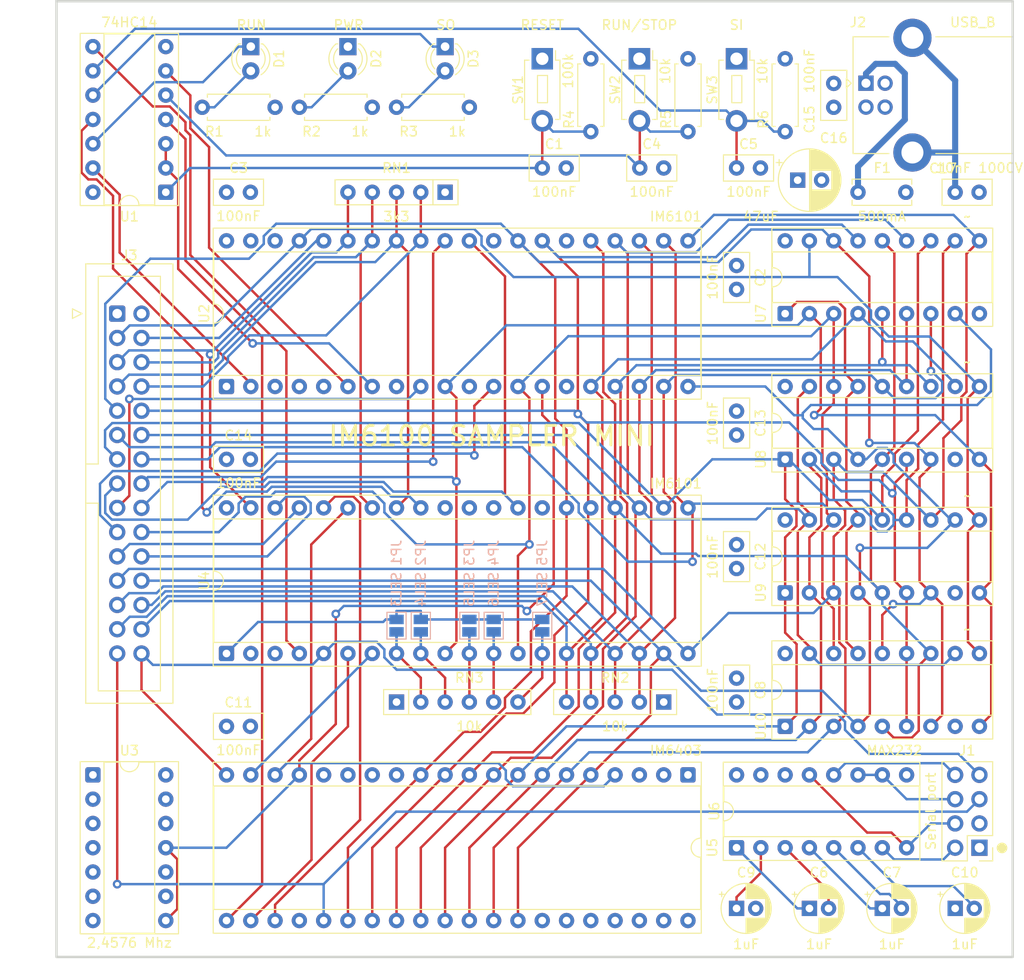
<source format=kicad_pcb>
(kicad_pcb (version 20241229) (generator "pcbnew") (generator_version "9.0")
  (layers (0 "F.Cu" signal "Top Layer") (4 "In1.Cu" signal "Inner VCC") (6 "In2.Cu" signal "Inner GND") (2 "B.Cu" signal "Bottom Layer") (13 "F.Paste" user "Top Paste Mask Layer") (15 "B.Paste" user "Bottom Paste Mask Layer") (5 "F.SilkS" user "Top Silkscreen Layer") (7 "B.SilkS" user "Bottom Silkscreen Layer") (1 "F.Mask" user "Top Solder Mask Layer") (3 "B.Mask" user "Bottom Solder Mask Layer") (25 "Edge.Cuts" user "Multi-Layer"))
  (net 0 "")
  (net 1 "+5V")
  (net 2 "GND")
  (net 3 "XTA")
  (net 4 "XTB")
  (net 5 "XTC")
  (net 6 "LXMAR")
  (net 7 "RUN")
  (net 8 "OSC")
  (net 9 "SENSE4")
  (net 10 "FLAG1")
  (net 11 "RESET")
  (net 12 "SENSE2")
  (net 13 "SENSE1")
  (net 14 "READ1")
  (net 15 "WRITE1")
  (net 16 "READ2")
  (net 17 "WRITE2")
  (net 18 "{slash}C1")
  (net 19 "{slash}SKP")
  (net 20 "{slash}DEVSEL")
  (net 21 "{slash}MEMSEL")
  (net 22 "SENSE3{slash}RXD")
  (net 23 "{slash}C0")
  (net 24 "{slash}C2")
  (net 25 "/P2/DIPSW6")
  (net 26 "/P2/DIPSW7")
  (net 27 "/P2/DIPSW4")
  (net 28 "/P2/DIPSW3")
  (net 29 "/P2/DIPSW5")
  (net 30 "RUN{slash}HLT")
  (net 31 "{slash}RESET")
  (net 36 "Net-(U10-{slash}S1)")
  (net 37 "Net-(D1-A)")
  (net 38 "Net-(D2-A)")
  (net 39 "Net-(D3-A)")
  (net 40 "DX3")
  (net 41 "DX0")
  (net 42 "DX1")
  (net 43 "DX2")
  (net 44 "Net-(D1-K)")
  (net 45 "Net-(D3-K)")
  (net 46 "DX5")
  (net 47 "DX9")
  (net 48 "DX11")
  (net 49 "DX6")
  (net 50 "DX8")
  (net 51 "DX7")
  (net 52 "DX4")
  (net 53 "DX10")
  (net 54 "Net-(J1-Pin_4)")
  (net 55 "Net-(J1-Pin_6)")
  (net 56 "Net-(J1-Pin_8)")
  (net 57 "Net-(J1-Pin_2)")
  (net 58 "{slash}SWSEL")
  (net 59 "IFETCH")
  (net 60 "TXD")
  (net 61 "Net-(U1-1A)")
  (net 62 "Net-(U1-3A)")
  (net 63 "Net-(U1-4A)")
  (net 64 "Net-(U6-C1-)")
  (net 65 "Net-(U6-C1+)")
  (net 66 "Net-(U6-C2-)")
  (net 67 "Net-(U6-C2+)")
  (net 68 "Net-(U6-VS+)")
  (net 69 "Net-(U6-VS-)")
  (net 70 "Net-(J2-Shield)")
  (net 71 "Net-(J2-VBUS)")
  (footprint "Resistor_THT:R_Axial_DIN0207_L6.3mm_D2.5mm_P7.62mm_Horizontal" (layer "F.Cu") (at 143.4365 70.8435 180)
    (property "Reference" "R3")
    (property "Value" "1k")
  )
  (footprint "Package_DIP:DIP-40_W15.24mm_Socket" (layer "F.Cu") (at 118.0365 100.0535 90)
    (property "Reference" "U2")
    (property "Value" "IM6101")
  )
  (footprint "Capacitor_THT:C_Disc_D5.0mm_W2.5mm_P2.50mm" (layer "F.Cu") (at 181.5365 68.3435 -90)
    (property "Reference" "C15")
    (property "Value" "100nF")
  )
  (footprint "Capacitor_THT:C_Disc_D5.0mm_W2.5mm_P2.50mm" (layer "F.Cu") (at 118.0365 79.7335)
    (property "Reference" "C3")
    (property "Value" "100nF")
  )
  (footprint "Resistor_THT:R_Axial_DIN0207_L6.3mm_D2.5mm_P7.62mm_Horizontal" (layer "F.Cu") (at 156.1365 65.7635 -90)
    (property "Reference" "R4")
    (property "Value" "100k")
  )
  (footprint "Package_DIP:DIP-14_W7.62mm_Socket" (layer "F.Cu") (at 111.6865 79.7335 180)
    (property "Reference" "U1")
    (property "Value" "74HC14")
  )
  (footprint "Package_DIP:DIP-14_W7.62mm_Socket" (layer "F.Cu") (at 104.0665 140.6935)
    (property "Reference" "U3")
    (property "Value" "2,4576 Mhz")
  )
  (footprint "Capacitor_THT:C_Disc_D5.0mm_W2.5mm_P2.50mm" (layer "F.Cu") (at 171.3765 116.6035 -90)
    (property "Reference" "C12")
    (property "Value" "100nF")
  )
  (footprint "Package_DIP:DIP-40_W15.24mm_Socket" (layer "F.Cu") (at 166.2965 140.6935 -90)
    (property "Reference" "U5")
    (property "Value" "IM6403")
  )
  (footprint "LED_THT:LED_D3.0mm" (layer "F.Cu") (at 140.8965 64.4935 -90)
    (property "Reference" "D3")
    (property "Value" "SO")
  )
  (footprint "Capacitor_THT:C_Disc_D5.0mm_W2.5mm_P2.50mm" (layer "F.Cu") (at 194.2365 79.7335)
    (property "Reference" "C17")
    (property "Value" "10nF 1000V")
  )
  (footprint "Capacitor_THT:C_Disc_D5.0mm_W2.5mm_P2.50mm" (layer "F.Cu") (at 171.3765 87.3935 -90)
    (property "Reference" "C2")
    (property "Value" "100nF")
  )
  (footprint "Resistor_THT:R_Axial_DIN0207_L6.3mm_D2.5mm_P7.62mm_Horizontal" (layer "F.Cu") (at 133.2765 70.8435 180)
    (property "Reference" "R2")
    (property "Value" "1k")
  )
  (footprint "Connector_USB:USB_B_Lumberg_2411_02_Horizontal" (layer "F.Cu") (at 184.909 68.3235)
    (property "Reference" "J2")
    (property "Value" "USB_B")
  )
  (footprint "Button_Switch_THT:SW_PUSH_1P1T_6x3.5mm_H5.0_APEM_MJTP1250" (layer "F.Cu") (at 161.2165 65.7635 -90)
    (property "Reference" "SW2")
    (property "Value" "RUN/STOP")
  )
  (footprint "Resistor_THT:R_Array_SIP5" (layer "F.Cu") (at 140.8965 79.7335 180)
    (property "Reference" "RN1")
    (property "Value" "3k3")
  )
  (footprint "Connector_IDC:IDC-Header_2x15_P2.54mm_Vertical" (layer "F.Cu") (at 106.6065 92.4335)
    (property "Reference" "J3")
    (property "Value" "Expansion Header")
  )
  (footprint "Capacitor_THT:CP_Radial_D6.3mm_P2.50mm" (layer "F.Cu") (at 177.7665 78.4635)
    (property "Reference" "C16")
    (property "Value" "47uF")
  )
  (footprint "Package_DIP:DIP-40_W15.24mm_Socket" (layer "F.Cu") (at 118.0365 127.9935 90)
    (property "Reference" "U4")
    (property "Value" "IM6101")
  )
  (footprint "Package_DIP:DIP-18_W7.62mm_Socket" (layer "F.Cu") (at 176.4565 92.4335 90)
    (property "Reference" "U7")
    (property "Value" "~")
  )
  (footprint "Resistor_THT:R_Array_SIP6" (layer "F.Cu") (at 135.8165 133.0735)
    (property "Reference" "RN3")
    (property "Value" "10k")
  )
  (footprint "Button_Switch_THT:SW_PUSH_1P1T_6x3.5mm_H5.0_APEM_MJTP1250" (layer "F.Cu") (at 151.0565 65.7635 -90)
    (property "Reference" "SW1")
    (property "Value" "RESET")
  )
  (footprint "Resistor_THT:R_Axial_DIN0207_L6.3mm_D2.5mm_P7.62mm_Horizontal" (layer "F.Cu") (at 123.1165 70.8435 180)
    (property "Reference" "R1")
    (property "Value" "1k")
  )
  (footprint "Connector_PinHeader_2.54mm:PinHeader_2x04_P2.54mm_Vertical" (layer "F.Cu") (at 196.7765 148.3135 180)
    (property "Reference" "J1")
    (property "Value" "Serial port")
  )
  (footprint "Capacitor_THT:C_Disc_D5.0mm_W2.5mm_P2.50mm" (layer "F.Cu") (at 118.0365 107.6735)
    (property "Reference" "C14")
    (property "Value" "100nF")
  )
  (footprint "Capacitor_THT:C_Disc_D5.0mm_W2.5mm_P2.50mm" (layer "F.Cu") (at 118.0365 135.6135)
    (property "Reference" "C11")
    (property "Value" "100nF")
  )
  (footprint "LED_THT:LED_D3.0mm" (layer "F.Cu") (at 120.5765 64.4935 -90)
    (property "Reference" "D1")
    (property "Value" "RUN")
  )
  (footprint "Capacitor_THT:CP_Radial_D5.0mm_P2.00mm" (layer "F.Cu") (at 178.9965 154.6635)
    (property "Reference" "C6")
    (property "Value" "1uF")
  )
  (footprint "Package_DIP:DIP-18_W7.62mm_Socket" (layer "F.Cu") (at 176.4565 107.6735 90)
    (property "Reference" "U8")
    (property "Value" "~")
  )
  (footprint "Package_DIP:DIP-18_W7.62mm_Socket" (layer "F.Cu") (at 176.4565 121.6435 90)
    (property "Reference" "U9")
    (property "Value" "~")
  )
  (footprint "Resistor_THT:R_Array_SIP5" (layer "F.Cu") (at 163.7565 133.0735 180)
    (property "Reference" "RN2")
    (property "Value" "10k")
  )
  (footprint "Package_DIP:DIP-18_W7.62mm_Socket" (layer "F.Cu") (at 176.4565 135.6135 90)
    (property "Reference" "U10")
    (property "Value" "~")
  )
  (footprint "Capacitor_THT:CP_Radial_D5.0mm_P2.00mm" (layer "F.Cu") (at 194.2365 154.6635)
    (property "Reference" "C10")
    (property "Value" "1uF")
  )
  (footprint "Capacitor_THT:CP_Radial_D5.0mm_P2.00mm" (layer "F.Cu") (at 171.3765 154.6635)
    (property "Reference" "C9")
    (property "Value" "1uF")
  )
  (footprint "Capacitor_THT:C_Disc_D5.0mm_W2.5mm_P2.50mm" (layer "F.Cu") (at 151.0565 77.1935)
    (property "Reference" "C1")
    (property "Value" "100nF")
  )
  (footprint "Capacitor_THT:C_Disc_D5.0mm_W2.5mm_P2.50mm" (layer "F.Cu") (at 171.3765 130.5735 -90)
    (property "Reference" "C8")
    (property "Value" "100nF")
  )
  (footprint "Capacitor_THT:C_Disc_D6.0mm_W2.5mm_P5.00mm" (layer "F.Cu") (at 189.0765 79.7335 180)
    (property "Reference" "F1")
    (property "Value" "500mA")
  )
  (footprint "Package_DIP:DIP-16_W7.62mm_Socket" (layer "F.Cu") (at 171.3765 148.3135 90)
    (property "Reference" "U6")
    (property "Value" "MAX232")
  )
  (footprint "Capacitor_THT:CP_Radial_D5.0mm_P2.00mm" (layer "F.Cu") (at 186.6165 154.6635)
    (property "Reference" "C7")
    (property "Value" "1uF")
  )
  (footprint "Resistor_THT:R_Axial_DIN0207_L6.3mm_D2.5mm_P7.62mm_Horizontal" (layer "F.Cu") (at 166.2965 65.7635 -90)
    (property "Reference" "R5")
    (property "Value" "10k")
  )
  (footprint "Resistor_THT:R_Axial_DIN0207_L6.3mm_D2.5mm_P7.62mm_Horizontal" (layer "F.Cu") (at 176.4565 65.7635 -90)
    (property "Reference" "R6")
    (property "Value" "10k")
  )
  (footprint "LED_THT:LED_D3.0mm" (layer "F.Cu") (at 130.7365 64.4935 -90)
    (property "Reference" "D2")
    (property "Value" "PWR")
  )
  (footprint "Capacitor_THT:C_Disc_D5.0mm_W2.5mm_P2.50mm" (layer "F.Cu") (at 171.3765 102.6335 -90)
    (property "Reference" "C13")
    (property "Value" "100nF")
  )
  (footprint "Capacitor_THT:C_Disc_D5.0mm_W2.5mm_P2.50mm" (layer "F.Cu") (at 161.2565 77.1935)
    (property "Reference" "C4")
    (property "Value" "100nF")
  )
  (footprint "Capacitor_THT:C_Disc_D5.0mm_W2.5mm_P2.50mm" (layer "F.Cu") (at 171.3765 77.1935)
    (property "Reference" "C5")
    (property "Value" "100nF")
  )
  (footprint "Button_Switch_THT:SW_PUSH_1P1T_6x3.5mm_H5.0_APEM_MJTP1250" (layer "F.Cu") (at 171.3765 65.7635 -90)
    (property "Reference" "SW3")
    (property "Value" "SI")
  )
  (footprint "Jumper:SolderJumper-2_P1.3mm_Open_Pad1.0x1.5mm" (layer "B.Cu") (at 138.3565 125.08 90)
    (property "Reference" "JP2")
    (property "Value" "SEL4")
  )
  (footprint "Jumper:SolderJumper-2_P1.3mm_Open_Pad1.0x1.5mm" (layer "B.Cu") (at 135.8165 125.08 90)
    (property "Reference" "JP1")
    (property "Value" "SEL3")
  )
  (footprint "Jumper:SolderJumper-2_P1.3mm_Open_Pad1.0x1.5mm" (layer "B.Cu") (at 145.9765 125.08 90)
    (property "Reference" "JP4")
    (property "Value" "SEL6")
  )
  (footprint "Jumper:SolderJumper-2_P1.3mm_Open_Pad1.0x1.5mm" (layer "B.Cu") (at 151.0565 125.08 90)
    (property "Reference" "JP5")
    (property "Value" "SEL7")
  )
  (footprint "Jumper:SolderJumper-2_P1.3mm_Open_Pad1.0x1.5mm" (layer "B.Cu") (at 143.4365 125.08 90)
    (property "Reference" "JP3")
    (property "Value" "SEL5")
  )
  (gr_circle (center 199.136 148.336) (end 199.136 147.828) (stroke (width 0.1)) (fill yes) (layer "F.SilkS"))
  (gr_rect (start 100.2565 59.7435) (end 200.2565 159.7435) (stroke (width 0.254)) (fill no) (layer "Edge.Cuts"))
  (gr_text "IM6100 SAMPLER MINI" (at 128.524 106.426 0) (layer "F.SilkS") (effects (font (size 2.032 2.032) (thickness 0.3048) (bold yes)) (justify left bottom)))
  (segment (start 134.4188 124.695) (end 134.6838 124.43) (width 0.254) (layer "B.Cu") (net 1))
  (segment (start 121.335 124.695) (end 134.4188 124.695) (width 0.254) (layer "B.Cu") (net 1))
  (segment (start 138.3565 124.43) (end 138.3565 123.5473) (width 0.254) (layer "B.Cu") (net 1))
  (segment (start 143.4365 124.43) (end 138.3565 124.43) (width 0.254) (layer "B.Cu") (net 1))
  (segment (start 147.1092 124.43) (end 151.0565 124.43) (width 0.254) (layer "B.Cu") (net 1))
  (segment (start 145.9765 124.43) (end 147.1092 124.43) (width 0.254) (layer "B.Cu") (net 1))
  (segment (start 143.4365 124.43) (end 145.9765 124.43) (width 0.254) (layer "B.Cu") (net 1))
  (segment (start 138.3565 123.5473) (end 135.8165 123.5473) (width 0.254) (layer "B.Cu") (net 1))
  (segment (start 135.8165 124.43) (end 134.6838 124.43) (width 0.254) (layer "B.Cu") (net 1))
  (segment (start 118.0365 127.9935) (end 121.335 124.695) (width 0.254) (layer "B.Cu") (net 1))
  (segment (start 135.8165 124.43) (end 135.8165 123.5473) (width 0.254) (layer "B.Cu") (net 1))
  (segment (start 107.8764 111.4836) (end 107.8764 101.3608) (width 0.254) (layer "F.Cu") (net 3))
  (segment (start 106.6065 112.7535) (end 107.8764 111.4836) (width 0.254) (layer "F.Cu") (net 3))
  (via (at 107.8764 101.3608) (size 0.9144) (drill 0.4572) (layers "F.Cu" "B.Cu") (net 3))
  (segment (start 137.0492 101.3608) (end 107.8764 101.3608) (width 0.254) (layer "B.Cu") (net 3))
  (segment (start 138.3565 100.0535) (end 137.0492 101.3608) (width 0.254) (layer "B.Cu") (net 3))
  (segment (start 143.9541 102.0759) (end 143.9541 107.2573) (width 0.254) (layer "F.Cu") (net 4))
  (segment (start 145.9765 100.0535) (end 143.9541 102.0759) (width 0.254) (layer "F.Cu") (net 4))
  (via (at 143.9541 107.2573) (size 0.9144) (drill 0.4572) (layers "F.Cu" "B.Cu") (net 4))
  (segment (start 104.8077 110.2288) (end 104.8077 113.4947) (width 0.254) (layer "B.Cu") (net 4))
  (segment (start 121.5215 108.9062) (end 106.1303 108.9062) (width 0.254) (layer "B.Cu") (net 4))
  (segment (start 143.9541 107.2573) (end 143.7726 107.0758) (width 0.254) (layer "B.Cu") (net 4))
  (segment (start 106.1303 108.9062) (end 104.8077 110.2288) (width 0.254) (layer "B.Cu") (net 4))
  (segment (start 123.3519 107.0758) (end 121.5215 108.9062) (width 0.254) (layer "B.Cu") (net 4))
  (segment (start 104.8077 113.4947) (end 106.6065 115.2935) (width 0.254) (layer "B.Cu") (net 4))
  (segment (start 143.7726 107.0758) (end 123.3519 107.0758) (width 0.254) (layer "B.Cu") (net 4))
  (segment (start 180.3533 102.982) (end 181.5365 101.7988) (width 0.254) (layer "F.Cu") (net 5))
  (segment (start 149.7105 101.2475) (end 149.7105 116.5753) (width 0.254) (layer "F.Cu") (net 5))
  (segment (start 181.5365 101.7988) (end 181.5365 100.0535) (width 0.254) (layer "F.Cu") (net 5))
  (segment (start 148.5165 117.7693) (end 148.5165 127.9935) (width 0.254) (layer "F.Cu") (net 5))
  (segment (start 181.5365 123.316) (end 181.5365 127.9935) (width 0.254) (layer "F.Cu") (net 5))
  (segment (start 180.8153 108.7736) (end 180.3533 108.3116) (width 0.254) (layer "F.Cu") (net 5))
  (segment (start 180.3538 115.2083) (end 180.3538 122.1333) (width 0.254) (layer "F.Cu") (net 5))
  (segment (start 181.5365 114.0235) (end 181.5365 114.0256) (width 0.254) (layer "F.Cu") (net 5))
  (segment (start 181.5365 92.4335) (end 181.5365 100.0535) (width 0.254) (layer "F.Cu") (net 5))
  (segment (start 148.5165 100.0535) (end 149.7105 101.2475) (width 0.254) (layer "F.Cu") (net 5))
  (segment (start 181.5365 114.0256) (end 180.3538 115.2083) (width 0.254) (layer "F.Cu") (net 5))
  (segment (start 180.8153 113.3023) (end 180.8153 108.7736) (width 0.254) (layer "F.Cu") (net 5))
  (segment (start 180.3533 108.3116) (end 180.3533 102.982) (width 0.254) (layer "F.Cu") (net 5))
  (segment (start 181.5365 114.0235) (end 180.8153 113.3023) (width 0.254) (layer "F.Cu") (net 5))
  (segment (start 149.7105 116.5753) (end 148.5165 117.7693) (width 0.254) (layer "F.Cu") (net 5))
  (segment (start 180.3538 122.1333) (end 181.5365 123.316) (width 0.254) (layer "F.Cu") (net 5))
  (via (at 149.7105 116.5753) (size 0.9144) (drill 0.4572) (layers "F.Cu" "B.Cu") (net 5))
  (segment (start 133.3129 111.0608) (end 134.5466 112.2945) (width 0.254) (layer "B.Cu") (net 5))
  (segment (start 153.7761 94.7939) (end 179.1761 94.7939) (width 0.254) (layer "B.Cu") (net 5))
  (segment (start 120.0411 111.5705) (end 122.6291 111.5705) (width 0.254) (layer "B.Cu") (net 5))
  (segment (start 179.1761 94.7939) (end 181.5365 92.4335) (width 0.254) (layer "B.Cu") (net 5))
  (segment (start 148.5165 100.0535) (end 153.7761 94.7939) (width 0.254) (layer "B.Cu") (net 5))
  (segment (start 117.2343 115.2935) (end 119.3066 113.2212) (width 0.254) (layer "B.Cu") (net 5))
  (segment (start 109.1465 115.2935) (end 117.2343 115.2935) (width 0.254) (layer "B.Cu") (net 5))
  (segment (start 122.6291 111.5705) (end 123.1388 111.0608) (width 0.254) (layer "B.Cu") (net 5))
  (segment (start 119.3066 113.2212) (end 119.3066 112.305) (width 0.254) (layer "B.Cu") (net 5))
  (segment (start 134.5466 112.2945) (end 134.5466 113.2254) (width 0.254) (layer "B.Cu") (net 5))
  (segment (start 119.3066 112.305) (end 120.0411 111.5705) (width 0.254) (layer "B.Cu") (net 5))
  (segment (start 137.8965 116.5753) (end 149.7105 116.5753) (width 0.254) (layer "B.Cu") (net 5))
  (segment (start 123.1388 111.0608) (end 133.3129 111.0608) (width 0.254) (layer "B.Cu") (net 5))
  (segment (start 134.5466 113.2254) (end 137.8965 116.5753) (width 0.254) (layer "B.Cu") (net 5))
  (segment (start 197.982 108.879) (end 196.7765 107.6735) (width 0.254) (layer "F.Cu") (net 6))
  (segment (start 198.0039 122.8709) (end 196.7765 121.6435) (width 0.254) (layer "F.Cu") (net 6))
  (segment (start 142.0792 101.2362) (end 140.8965 100.0535) (width 0.254) (layer "F.Cu") (net 6))
  (segment (start 196.7765 135.6135) (end 198.0039 134.3861) (width 0.254) (layer "F.Cu") (net 6))
  (segment (start 198.0039 134.3861) (end 198.0039 122.8709) (width 0.254) (layer "F.Cu") (net 6))
  (segment (start 142.0792 126.8108) (end 142.0792 109.9981) (width 0.254) (layer "F.Cu") (net 6))
  (segment (start 142.0792 109.9981) (end 142.0792 101.2362) (width 0.254) (layer "F.Cu") (net 6))
  (segment (start 197.982 120.438) (end 197.982 108.879) (width 0.254) (layer "F.Cu") (net 6))
  (segment (start 180.1792 93.6162) (end 180.1792 102.3715) (width 0.254) (layer "F.Cu") (net 6))
  (segment (start 196.7765 121.6435) (end 197.982 120.438) (width 0.254) (layer "F.Cu") (net 6))
  (segment (start 178.9965 92.4335) (end 180.1792 93.6162) (width 0.254) (layer "F.Cu") (net 6))
  (segment (start 140.8965 127.9935) (end 142.0792 126.8108) (width 0.254) (layer "F.Cu") (net 6))
  (segment (start 180.1792 102.3715) (end 179.498 103.0527) (width 0.254) (layer "F.Cu") (net 6))
  (via (at 142.0792 109.9981) (size 0.9144) (drill 0.4572) (layers "F.Cu" "B.Cu") (net 6))
  (via (at 179.498 103.0527) (size 0.9144) (drill 0.4572) (layers "F.Cu" "B.Cu") (net 6))
  (segment (start 142.0792 109.9981) (end 141.6128 109.5317) (width 0.254) (layer "B.Cu") (net 6))
  (segment (start 141.6128 109.5317) (end 122.3376 109.5317) (width 0.254) (layer "B.Cu") (net 6))
  (segment (start 192.1557 103.0527) (end 196.7765 107.6735) (width 0.254) (layer "B.Cu") (net 6))
  (segment (start 178.9965 92.4335) (end 177.7777 93.6523) (width 0.254) (layer "B.Cu") (net 6))
  (segment (start 177.7777 93.6523) (end 147.2977 93.6523) (width 0.254) (layer "B.Cu") (net 6))
  (segment (start 121.8294 110.0399) (end 111.8601 110.0399) (width 0.254) (layer "B.Cu") (net 6))
  (segment (start 179.498 103.0527) (end 192.1557 103.0527) (width 0.254) (layer "B.Cu") (net 6))
  (segment (start 122.3376 109.5317) (end 121.8294 110.0399) (width 0.254) (layer "B.Cu") (net 6))
  (segment (start 111.8601 110.0399) (end 109.1465 112.7535) (width 0.254) (layer "B.Cu") (net 6))
  (segment (start 147.2977 93.6523) (end 140.8965 100.0535) (width 0.254) (layer "B.Cu") (net 6))
  (segment (start 106.8601 79.9871) (end 104.0665 77.1935) (width 0.254) (layer "F.Cu") (net 7))
  (segment (start 106.8601 86.042) (end 106.8601 79.9871) (width 0.254) (layer "F.Cu") (net 7))
  (segment (start 120.5765 99.7584) (end 106.8601 86.042) (width 0.254) (layer "F.Cu") (net 7))
  (segment (start 120.5765 100.0535) (end 120.5765 99.7584) (width 0.254) (layer "F.Cu") (net 7))
  (segment (start 125.6565 140.6935) (end 125.6565 139.1772) (width 0.254) (layer "F.Cu") (net 8))
  (segment (start 151.0565 100.0535) (end 151.0565 103.0382) (width 0.254) (layer "F.Cu") (net 8))
  (segment (start 152.2535 120.7439) (end 149.4501 123.5473) (width 0.254) (layer "F.Cu") (net 8))
  (segment (start 125.6565 139.1772) (end 129.4665 135.3672) (width 0.254) (layer "F.Cu") (net 8))
  (segment (start 152.2535 104.2352) (end 152.2535 120.7439) (width 0.254) (layer "F.Cu") (net 8))
  (segment (start 129.4665 135.3672) (end 129.4665 123.8551) (width 0.254) (layer "F.Cu") (net 8))
  (segment (start 112.8863 149.5133) (end 112.8863 154.7337) (width 0.254) (layer "F.Cu") (net 8))
  (segment (start 151.0565 103.0382) (end 152.2535 104.2352) (width 0.254) (layer "F.Cu") (net 8))
  (segment (start 111.6865 148.3135) (end 112.8863 149.5133) (width 0.254) (layer "F.Cu") (net 8))
  (segment (start 112.8863 154.7337) (end 111.6865 155.9335) (width 0.254) (layer "F.Cu") (net 8))
  (via (at 149.4501 123.5473) (size 0.9144) (drill 0.4572) (layers "F.Cu" "B.Cu") (net 8))
  (via (at 129.4665 123.8551) (size 0.9144) (drill 0.4572) (layers "F.Cu" "B.Cu") (net 8))
  (segment (start 130.3058 123.0158) (end 148.9186 123.0158) (width 0.254) (layer "B.Cu") (net 8))
  (segment (start 125.6565 140.6935) (end 118.0365 148.3135) (width 0.254) (layer "B.Cu") (net 8))
  (segment (start 129.4665 123.8551) (end 130.3058 123.0158) (width 0.254) (layer "B.Cu") (net 8))
  (segment (start 118.0365 148.3135) (end 111.6865 148.3135) (width 0.254) (layer "B.Cu") (net 8))
  (segment (start 148.9186 123.0158) (end 149.4501 123.5473) (width 0.254) (layer "B.Cu") (net 8))
  (segment (start 113.7456 73.2597) (end 113.7456 72.3975) (width 0.254) (layer "F.Cu") (net 9))
  (segment (start 124.2992 126.6362) (end 124.2992 96.3482) (width 0.254) (layer "F.Cu") (net 9))
  (segment (start 125.6565 127.9935) (end 124.2992 126.6362) (width 0.254) (layer "F.Cu") (net 9))
  (segment (start 114.2568 86.3058) (end 114.2568 73.7709) (width 0.254) (layer "F.Cu") (net 9))
  (segment (start 113.7456 72.3975) (end 112.1043 70.7562) (width 0.254) (layer "F.Cu") (net 9))
  (segment (start 114.2568 73.7709) (end 113.7456 73.2597) (width 0.254) (layer "F.Cu") (net 9))
  (segment (start 124.2992 96.3482) (end 114.2568 86.3058) (width 0.254) (layer "F.Cu") (net 9))
  (segment (start 112.1043 70.7562) (end 110.3292 70.7562) (width 0.254) (layer "F.Cu") (net 9))
  (segment (start 110.3292 70.7562) (end 104.0665 64.4935) (width 0.254) (layer "F.Cu") (net 9))
  (segment (start 115.4863 97.03) (end 115.4863 112.7359) (width 0.254) (layer "F.Cu") (net 10))
  (segment (start 106.1707 87.7144) (end 115.4863 97.03) (width 0.254) (layer "F.Cu") (net 10))
  (segment (start 106.1707 80.1083) (end 106.1707 87.7144) (width 0.254) (layer "F.Cu") (net 10))
  (segment (start 115.4863 112.7359) (end 115.9742 113.2238) (width 0.254) (layer "F.Cu") (net 10))
  (segment (start 104.4514 78.389) (end 106.1707 80.1083) (width 0.254) (layer "F.Cu") (net 10))
  (segment (start 104.0665 72.1135) (end 102.8727 73.3073) (width 0.254) (layer "F.Cu") (net 10))
  (segment (start 102.8727 73.3073) (end 102.8727 77.6722) (width 0.254) (layer "F.Cu") (net 10))
  (segment (start 103.5895 78.389) (end 104.4514 78.389) (width 0.254) (layer "F.Cu") (net 10))
  (segment (start 102.8727 77.6722) (end 103.5895 78.389) (width 0.254) (layer "F.Cu") (net 10))
  (via (at 115.9742 113.2238) (size 0.9144) (drill 0.4572) (layers "F.Cu" "B.Cu") (net 10))
  (segment (start 134.248 110.5511) (end 122.7598 110.5511) (width 0.254) (layer "B.Cu") (net 10))
  (segment (start 118.0163 111.0607) (end 115.9742 113.1028) (width 0.254) (layer "B.Cu") (net 10))
  (segment (start 138.3565 112.7535) (end 137.1735 111.5705) (width 0.254) (layer "B.Cu") (net 10))
  (segment (start 137.1735 111.5705) (end 135.2674 111.5705) (width 0.254) (layer "B.Cu") (net 10))
  (segment (start 122.7598 110.5511) (end 122.2502 111.0607) (width 0.254) (layer "B.Cu") (net 10))
  (segment (start 135.2674 111.5705) (end 134.248 110.5511) (width 0.254) (layer "B.Cu") (net 10))
  (segment (start 122.2502 111.0607) (end 118.0163 111.0607) (width 0.254) (layer "B.Cu") (net 10))
  (segment (start 115.9742 113.1028) (end 115.9742 113.2238) (width 0.254) (layer "B.Cu") (net 10))
  (segment (start 121.7626 152.2074) (end 121.7626 94.8915) (width 0.254) (layer "F.Cu") (net 11))
  (segment (start 113.7471 74.1741) (end 111.6865 72.1135) (width 0.254) (layer "F.Cu") (net 11))
  (segment (start 113.7471 86.876) (end 113.7471 74.1741) (width 0.254) (layer "F.Cu") (net 11))
  (segment (start 121.7626 94.8915) (end 113.7471 86.876) (width 0.254) (layer "F.Cu") (net 11))
  (segment (start 118.0365 155.9335) (end 121.7626 152.2074) (width 0.254) (layer "F.Cu") (net 11))
  (segment (start 130.7365 135.6293) (end 126.9264 139.4394) (width 0.254) (layer "F.Cu") (net 12))
  (segment (start 126.9264 139.4394) (end 126.9264 149.5836) (width 0.254) (layer "F.Cu") (net 12))
  (segment (start 126.9264 149.5836) (end 120.5765 155.9335) (width 0.254) (layer "F.Cu") (net 12))
  (segment (start 130.7365 127.9935) (end 130.7365 135.6293) (width 0.254) (layer "F.Cu") (net 12))
  (segment (start 133.2765 127.9935) (end 120.5765 140.6935) (width 0.254) (layer "B.Cu") (net 13))
  (segment (start 126.8934 116.5966) (end 126.8934 136.9166) (width 0.254) (layer "F.Cu") (net 14))
  (segment (start 126.8934 136.9166) (end 123.1165 140.6935) (width 0.254) (layer "F.Cu") (net 14))
  (segment (start 130.7365 112.7535) (end 126.8934 116.5966) (width 0.254) (layer "F.Cu") (net 14))
  (segment (start 147.9827 141.8762) (end 147.2458 141.1393) (width 0.254) (layer "B.Cu") (net 14))
  (segment (start 147.2458 140.2246) (end 146.4787 139.4575) (width 0.254) (layer "B.Cu") (net 14))
  (segment (start 158.6765 140.6935) (end 157.4938 141.8762) (width 0.254) (layer "B.Cu") (net 14))
  (segment (start 124.3525 139.4575) (end 123.1165 140.6935) (width 0.254) (layer "B.Cu") (net 14))
  (segment (start 146.4787 139.4575) (end 124.3525 139.4575) (width 0.254) (layer "B.Cu") (net 14))
  (segment (start 157.4938 141.8762) (end 147.9827 141.8762) (width 0.254) (layer "B.Cu") (net 14))
  (segment (start 147.2458 141.1393) (end 147.2458 140.2246) (width 0.254) (layer "B.Cu") (net 14))
  (segment (start 132.0065 112.2776) (end 132.0065 145.3864) (width 0.254) (layer "F.Cu") (net 15))
  (segment (start 129.3837 111.5663) (end 131.2952 111.5663) (width 0.254) (layer "F.Cu") (net 15))
  (segment (start 131.2952 111.5663) (end 132.0065 112.2776) (width 0.254) (layer "F.Cu") (net 15))
  (segment (start 128.1965 112.7535) (end 129.3837 111.5663) (width 0.254) (layer "F.Cu") (net 15))
  (segment (start 123.1165 154.2764) (end 123.1165 155.9335) (width 0.254) (layer "F.Cu") (net 15))
  (segment (start 132.0065 145.3864) (end 123.1165 154.2764) (width 0.254) (layer "F.Cu") (net 15))
  (segment (start 121.8713 116.5387) (end 107.9012 116.5387) (width 0.254) (layer "B.Cu") (net 16))
  (segment (start 107.9012 116.5387) (end 107.9012 116.5388) (width 0.254) (layer "B.Cu") (net 16))
  (segment (start 125.6565 112.7535) (end 121.8713 116.5387) (width 0.254) (layer "B.Cu") (net 16))
  (segment (start 107.9012 116.5388) (end 106.6065 117.8335) (width 0.254) (layer "B.Cu") (net 16))
  (segment (start 126.1657 111.5705) (end 126.8392 112.244) (width 0.254) (layer "B.Cu") (net 17))
  (segment (start 123.1165 112.7535) (end 124.2995 111.5705) (width 0.254) (layer "B.Cu") (net 17))
  (segment (start 126.8392 113.2999) (end 122.3056 117.8335) (width 0.254) (layer "B.Cu") (net 17))
  (segment (start 122.3056 117.8335) (end 109.1465 117.8335) (width 0.254) (layer "B.Cu") (net 17))
  (segment (start 124.2995 111.5705) (end 126.1657 111.5705) (width 0.254) (layer "B.Cu") (net 17))
  (segment (start 126.8392 112.244) (end 126.8392 113.2999) (width 0.254) (layer "B.Cu") (net 17))
  (segment (start 135.8165 84.8135) (end 137.0259 86.0229) (width 0.254) (layer "F.Cu") (net 18))
  (segment (start 135.8165 112.7514) (end 135.8165 112.7535) (width 0.254) (layer "F.Cu") (net 18))
  (segment (start 137.0259 86.0229) (end 137.0259 111.542) (width 0.254) (layer "F.Cu") (net 18))
  (segment (start 135.8165 84.8135) (end 135.8165 79.7335) (width 0.254) (layer "F.Cu") (net 18))
  (segment (start 137.0259 111.542) (end 135.8165 112.7514) (width 0.254) (layer "F.Cu") (net 18))
  (segment (start 127.3732 87.0394) (end 133.5906 87.0394) (width 0.254) (layer "B.Cu") (net 18))
  (segment (start 117.6758 97.2549) (end 117.6758 96.7368) (width 0.254) (layer "B.Cu") (net 18))
  (segment (start 116.1099 98.8208) (end 117.6758 97.2549) (width 0.254) (layer "B.Cu") (net 18))
  (segment (start 117.6758 96.7368) (end 127.3732 87.0394) (width 0.254) (layer "B.Cu") (net 18))
  (segment (start 107.8392 98.8208) (end 116.1099 98.8208) (width 0.254) (layer "B.Cu") (net 18))
  (segment (start 106.6065 100.0535) (end 107.8392 98.8208) (width 0.254) (layer "B.Cu") (net 18))
  (segment (start 133.5906 87.0394) (end 135.8165 84.8135) (width 0.254) (layer "B.Cu") (net 18))
  (segment (start 130.7365 84.8135) (end 130.7365 79.7335) (width 0.254) (layer "F.Cu") (net 19))
  (segment (start 116.3262 96.6959) (end 116.3262 108.5032) (width 0.254) (layer "F.Cu") (net 19))
  (segment (start 116.3262 108.5032) (end 120.5765 112.7535) (width 0.254) (layer "F.Cu") (net 19))
  (via (at 116.3262 96.6959) (size 0.9144) (drill 0.4572) (layers "F.Cu" "B.Cu") (net 19))
  (segment (start 116.6902 96.2808) (end 126.951 86.02) (width 0.254) (layer "B.Cu") (net 19))
  (segment (start 107.8392 96.2808) (end 116.3262 96.2808) (width 0.254) (layer "B.Cu") (net 19))
  (segment (start 106.6065 97.5135) (end 107.8392 96.2808) (width 0.254) (layer "B.Cu") (net 19))
  (segment (start 116.3262 96.2808) (end 116.3262 96.6959) (width 0.254) (layer "B.Cu") (net 19))
  (segment (start 129.53 86.02) (end 130.7365 84.8135) (width 0.254) (layer "B.Cu") (net 19))
  (segment (start 116.3262 96.2808) (end 116.6902 96.2808) (width 0.254) (layer "B.Cu") (net 19))
  (segment (start 126.951 86.02) (end 129.53 86.02) (width 0.254) (layer "B.Cu") (net 19))
  (segment (start 143.4365 84.8135) (end 147.1592 88.5362) (width 0.254) (layer "F.Cu") (net 20))
  (segment (start 147.1592 111.3962) (end 148.5165 112.7535) (width 0.254) (layer "F.Cu") (net 20))
  (segment (start 147.1592 88.5362) (end 147.1592 111.3962) (width 0.254) (layer "F.Cu") (net 20))
  (segment (start 105.3522 113.2897) (end 105.3522 111.4678) (width 0.254) (layer "B.Cu") (net 20))
  (segment (start 117.4202 110.5496) (end 113.9836 113.9862) (width 0.254) (layer "B.Cu") (net 20))
  (segment (start 135.4699 111.0522) (end 134.4591 110.0414) (width 0.254) (layer "B.Cu") (net 20))
  (segment (start 146.8152 111.0522) (end 135.4699 111.0522) (width 0.254) (layer "B.Cu") (net 20))
  (segment (start 134.4591 110.0414) (end 122.5487 110.0414) (width 0.254) (layer "B.Cu") (net 20))
  (segment (start 106.0487 113.9862) (end 105.3522 113.2897) (width 0.254) (layer "B.Cu") (net 20))
  (segment (start 122.5487 110.0414) (end 122.0405 110.5496) (width 0.254) (layer "B.Cu") (net 20))
  (segment (start 105.3522 111.4678) (end 106.6065 110.2135) (width 0.254) (layer "B.Cu") (net 20))
  (segment (start 148.5165 112.7535) (end 146.8152 111.0522) (width 0.254) (layer "B.Cu") (net 20))
  (segment (start 122.0405 110.5496) (end 117.4202 110.5496) (width 0.254) (layer "B.Cu") (net 20))
  (segment (start 113.9836 113.9862) (end 106.0487 113.9862) (width 0.254) (layer "B.Cu") (net 20))
  (segment (start 195.5738 115.2262) (end 196.7765 114.0235) (width 0.254) (layer "F.Cu") (net 21))
  (segment (start 195.5738 126.7908) (end 195.5738 115.2262) (width 0.254) (layer "F.Cu") (net 21))
  (segment (start 195.5422 112.7892) (end 195.5422 101.2878) (width 0.254) (layer "F.Cu") (net 21))
  (segment (start 195.5422 101.2878) (end 196.7765 100.0535) (width 0.254) (layer "F.Cu") (net 21))
  (segment (start 196.7765 114.0235) (end 195.5422 112.7892) (width 0.254) (layer "F.Cu") (net 21))
  (segment (start 196.7765 127.9935) (end 195.5738 126.7908) (width 0.254) (layer "F.Cu") (net 21))
  (segment (start 187.3024 94.8269) (end 191.5499 94.8269) (width 0.254) (layer "B.Cu") (net 21))
  (segment (start 185.4333 92.1089) (end 185.4333 92.9578) (width 0.254) (layer "B.Cu") (net 21))
  (segment (start 144.7065 85.2517) (end 144.7065 84.3408) (width 0.254) (layer "B.Cu") (net 21))
  (segment (start 181.9271 88.6027) (end 185.4333 92.1089) (width 0.254) (layer "B.Cu") (net 21))
  (segment (start 185.4333 92.9578) (end 187.3024 94.8269) (width 0.254) (layer "B.Cu") (net 21))
  (segment (start 178.9965 88.6027) (end 181.9271 88.6027) (width 0.254) (layer "B.Cu") (net 21))
  (segment (start 144.7065 84.3408) (end 143.9418 83.5761) (width 0.254) (layer "B.Cu") (net 21))
  (segment (start 106.6065 94.9735) (end 107.9138 93.6662) (width 0.254) (layer "B.Cu") (net 21))
  (segment (start 178.9965 84.8135) (end 178.9965 88.6027) (width 0.254) (layer "B.Cu") (net 21))
  (segment (start 191.5499 94.8269) (end 196.7765 100.0535) (width 0.254) (layer "B.Cu") (net 21))
  (segment (start 116.8038 93.6662) (end 125.6565 84.8135) (width 0.254) (layer "B.Cu") (net 21))
  (segment (start 107.9138 93.6662) (end 116.8038 93.6662) (width 0.254) (layer "B.Cu") (net 21))
  (segment (start 143.9418 83.5761) (end 126.8939 83.5761) (width 0.254) (layer "B.Cu") (net 21))
  (segment (start 148.0575 88.6027) (end 144.7065 85.2517) (width 0.254) (layer "B.Cu") (net 21))
  (segment (start 126.8939 83.5761) (end 125.6565 84.8135) (width 0.254) (layer "B.Cu") (net 21))
  (segment (start 178.9965 88.6027) (end 148.0575 88.6027) (width 0.254) (layer "B.Cu") (net 21))
  (segment (start 118.0365 140.6935) (end 109.1465 131.8035) (width 0.254) (layer "F.Cu") (net 22))
  (segment (start 109.1465 131.8035) (end 109.1465 127.9935) (width 0.254) (layer "F.Cu") (net 22))
  (segment (start 110.3343 129.1813) (end 127.0087 129.1813) (width 0.254) (layer "B.Cu") (net 22))
  (segment (start 185.226 138.4918) (end 182.7203 135.9861) (width 0.254) (layer "B.Cu") (net 22))
  (segment (start 134.5465 127.5743) (end 133.7436 126.7714) (width 0.254) (layer "B.Cu") (net 22))
  (segment (start 194.5748 138.4918) (end 185.226 138.4918) (width 0.254) (layer "B.Cu") (net 22))
  (segment (start 109.1465 127.9935) (end 110.3343 129.1813) (width 0.254) (layer "B.Cu") (net 22))
  (segment (start 196.7765 140.6935) (end 194.5748 138.4918) (width 0.254) (layer "B.Cu") (net 22))
  (segment (start 181.9733 134.3777) (end 169.3306 134.3777) (width 0.254) (layer "B.Cu") (net 22))
  (segment (start 133.7436 126.7714) (end 129.4186 126.7714) (width 0.254) (layer "B.Cu") (net 22))
  (segment (start 129.4186 126.7714) (end 128.1965 127.9935) (width 0.254) (layer "B.Cu") (net 22))
  (segment (start 135.8284 129.6867) (end 134.5465 128.4048) (width 0.254) (layer "B.Cu") (net 22))
  (segment (start 164.6396 129.6867) (end 135.8284 129.6867) (width 0.254) (layer "B.Cu") (net 22))
  (segment (start 169.3306 134.3777) (end 164.6396 129.6867) (width 0.254) (layer "B.Cu") (net 22))
  (segment (start 127.0087 129.1813) (end 128.1965 127.9935) (width 0.254) (layer "B.Cu") (net 22))
  (segment (start 182.7203 135.1247) (end 181.9733 134.3777) (width 0.254) (layer "B.Cu") (net 22))
  (segment (start 134.5465 128.4048) (end 134.5465 127.5743) (width 0.254) (layer "B.Cu") (net 22))
  (segment (start 182.7203 135.9861) (end 182.7203 135.1247) (width 0.254) (layer "B.Cu") (net 22))
  (segment (start 138.3565 84.8135) (end 138.3565 79.7335) (width 0.254) (layer "F.Cu") (net 23))
  (segment (start 128.4646 94.7054) (end 138.3565 84.8135) (width 0.254) (layer "B.Cu") (net 23))
  (segment (start 115.598 100.0535) (end 118.1855 97.466) (width 0.254) (layer "B.Cu") (net 23))
  (segment (start 109.1465 100.0535) (end 115.598 100.0535) (width 0.254) (layer "B.Cu") (net 23))
  (segment (start 118.1855 97.466) (end 118.1855 96.9479) (width 0.254) (layer "B.Cu") (net 23))
  (segment (start 120.428 94.7054) (end 128.4646 94.7054) (width 0.254) (layer "B.Cu") (net 23))
  (segment (start 118.1855 96.9479) (end 120.428 94.7054) (width 0.254) (layer "B.Cu") (net 23))
  (segment (start 132.0651 111.5421) (end 132.0651 86.0249) (width 0.254) (layer "F.Cu") (net 24))
  (segment (start 133.2765 84.8135) (end 133.2765 79.7335) (width 0.254) (layer "F.Cu") (net 24))
  (segment (start 132.0651 86.0249) (end 133.2765 84.8135) (width 0.254) (layer "F.Cu") (net 24))
  (segment (start 133.2765 112.7535) (end 132.0651 111.5421) (width 0.254) (layer "F.Cu") (net 24))
  (segment (start 116.6741 97.5358) (end 117.1661 97.0438) (width 0.254) (layer "B.Cu") (net 24))
  (segment (start 109.1688 97.5358) (end 116.6741 97.5358) (width 0.254) (layer "B.Cu") (net 24))
  (segment (start 109.1465 97.5135) (end 109.1688 97.5358) (width 0.254) (layer "B.Cu") (net 24))
  (segment (start 127.1621 86.5297) (end 131.5603 86.5297) (width 0.254) (layer "B.Cu") (net 24))
  (segment (start 131.5603 86.5297) (end 133.2765 84.8135) (width 0.254) (layer "B.Cu") (net 24))
  (segment (start 117.1661 97.0438) (end 117.1661 96.5257) (width 0.254) (layer "B.Cu") (net 24))
  (segment (start 117.1661 96.5257) (end 127.1621 86.5297) (width 0.254) (layer "B.Cu") (net 24))
  (segment (start 145.9765 127.9935) (end 145.9765 133.0735) (width 0.254) (layer "F.Cu") (net 25))
  (segment (start 145.9765 127.9935) (end 145.9765 125.73) (width 0.254) (layer "B.Cu") (net 25))
  (segment (start 145.976 126.296) (end 145.9765 126.2955) (width 0.254) (layer "B.Cu") (net 25))
  (segment (start 145.9765 126.2955) (end 145.9765 125.73) (width 0.254) (layer "B.Cu") (net 25))
  (segment (start 145.976 126.862) (end 145.9765 126.8625) (width 0.254) (layer "B.Cu") (net 25))
  (segment (start 145.9765 126.8625) (end 145.9765 127.9935) (width 0.254) (layer "B.Cu") (net 25))
  (segment (start 151.0565 127.9935) (end 151.0565 130.5335) (width 0.254) (layer "F.Cu") (net 26))
  (segment (start 151.0565 130.5335) (end 148.5165 133.0735) (width 0.254) (layer "F.Cu") (net 26))
  (segment (start 151.056 126.296) (end 151.0565 126.2955) (width 0.254) (layer "B.Cu") (net 26))
  (segment (start 151.056 126.862) (end 151.0565 126.8625) (width 0.254) (layer "B.Cu") (net 26))
  (segment (start 151.0565 126.2955) (end 151.0565 125.73) (width 0.254) (layer "B.Cu") (net 26))
  (segment (start 151.0565 126.8625) (end 151.0565 127.9935) (width 0.254) (layer "B.Cu") (net 26))
  (segment (start 151.0565 127.9935) (end 151.0565 125.73) (width 0.254) (layer "B.Cu") (net 26))
  (segment (start 140.8965 130.5335) (end 140.8965 133.0735) (width 0.254) (layer "F.Cu") (net 27))
  (segment (start 138.3565 127.9935) (end 140.8965 130.5335) (width 0.254) (layer "F.Cu") (net 27))
  (segment (start 138.3565 126.2955) (end 138.3565 125.73) (width 0.254) (layer "B.Cu") (net 27))
  (segment (start 138.3565 127.9935) (end 138.3565 125.73) (width 0.254) (layer "B.Cu") (net 27))
  (segment (start 138.356 126.296) (end 138.3565 126.2955) (width 0.254) (layer "B.Cu") (net 27))
  (segment (start 138.3565 126.8625) (end 138.3565 127.9935) (width 0.254) (layer "B.Cu") (net 27))
  (segment (start 138.356 126.862) (end 138.3565 126.8625) (width 0.254) (layer "B.Cu") (net 27))
  (segment (start 138.3565 130.5335) (end 138.3565 133.0735) (width 0.254) (layer "F.Cu") (net 28))
  (segment (start 135.8165 127.9935) (end 138.3565 130.5335) (width 0.254) (layer "F.Cu") (net 28))
  (segment (start 135.8165 126.8625) (end 135.8165 127.9935) (width 0.254) (layer "B.Cu") (net 28))
  (segment (start 135.8165 127.9935) (end 135.8165 125.73) (width 0.254) (layer "B.Cu") (net 28))
  (segment (start 135.816 126.862) (end 135.8165 126.8625) (width 0.254) (layer "B.Cu") (net 28))
  (segment (start 135.8165 126.2955) (end 135.8165 125.73) (width 0.254) (layer "B.Cu") (net 28))
  (segment (start 135.816 126.296) (end 135.8165 126.2955) (width 0.254) (layer "B.Cu") (net 28))
  (segment (start 143.4365 127.9935) (end 143.4365 133.0735) (width 0.254) (layer "F.Cu") (net 29))
  (segment (start 143.4365 126.2955) (end 143.4365 125.73) (width 0.254) (layer "B.Cu") (net 29))
  (segment (start 143.4365 126.8625) (end 143.4365 127.9935) (width 0.254) (layer "B.Cu") (net 29))
  (segment (start 143.4365 127.9935) (end 143.4365 125.73) (width 0.254) (layer "B.Cu") (net 29))
  (segment (start 143.436 126.296) (end 143.4365 126.2955) (width 0.254) (layer "B.Cu") (net 29))
  (segment (start 143.436 126.862) (end 143.4365 126.8625) (width 0.254) (layer "B.Cu") (net 29))
  (segment (start 130.7365 100.0535) (end 116.214 85.531) (width 0.254) (layer "F.Cu") (net 30))
  (segment (start 116.214 85.531) (end 116.214 75.0072) (width 0.254) (layer "F.Cu") (net 30))
  (segment (start 116.214 75.0072) (end 114.2553 73.0485) (width 0.254) (layer "F.Cu") (net 30))
  (segment (start 114.2553 69.6023) (end 111.6865 67.0335) (width 0.254) (layer "F.Cu") (net 30))
  (segment (start 114.2553 73.0485) (end 114.2553 69.6023) (width 0.254) (layer "F.Cu") (net 30))
  (segment (start 111.6865 74.6535) (end 111.6865 77.1935) (width 0.254) (layer "F.Cu") (net 31))
  (segment (start 112.9834 87.753) (end 120.7757 95.5453) (width 0.254) (layer "F.Cu") (net 31))
  (segment (start 111.6865 77.1935) (end 112.9834 78.4904) (width 0.254) (layer "F.Cu") (net 31))
  (segment (start 112.9834 78.4904) (end 112.9834 87.753) (width 0.254) (layer "F.Cu") (net 31))
  (via (at 120.7757 95.5453) (size 0.9144) (drill 0.4572) (layers "F.Cu" "B.Cu") (net 31))
  (segment (start 128.7683 95.5453) (end 133.2765 100.0535) (width 0.254) (layer "B.Cu") (net 31))
  (segment (start 120.7757 95.5453) (end 128.7683 95.5453) (width 0.254) (layer "B.Cu") (net 31))
  (segment (start 176.4565 92.4335) (end 177.6799 91.2101) (width 0.254) (layer "F.Cu") (net 36))
  (segment (start 184.0765 127.9935) (end 182.8738 126.7908) (width 0.254) (layer "F.Cu") (net 36))
  (segment (start 182.8578 112.0841) (end 184.0765 113.3028) (width 0.254) (layer "F.Cu") (net 36))
  (segment (start 177.6799 91.2101) (end 182.0098 91.2101) (width 0.254) (layer "F.Cu") (net 36))
  (segment (start 184.0765 113.3028) (end 184.0765 114.0235) (width 0.254) (layer "F.Cu") (net 36))
  (segment (start 184.0765 100.0535) (end 182.8578 101.2722) (width 0.254) (layer "F.Cu") (net 36))
  (segment (start 182.7192 91.9195) (end 182.7192 98.6962) (width 0.254) (layer "F.Cu") (net 36))
  (segment (start 182.8738 126.7908) (end 182.8738 115.2262) (width 0.254) (layer "F.Cu") (net 36))
  (segment (start 182.8738 115.2262) (end 184.0765 114.0235) (width 0.254) (layer "F.Cu") (net 36))
  (segment (start 182.0098 91.2101) (end 182.7192 91.9195) (width 0.254) (layer "F.Cu") (net 36))
  (segment (start 182.8578 101.2722) (end 182.8578 112.0841) (width 0.254) (layer "F.Cu") (net 36))
  (segment (start 182.7192 98.6962) (end 184.0765 100.0535) (width 0.254) (layer "F.Cu") (net 36))
  (segment (start 116.7665 70.8435) (end 115.4965 70.8435) (width 0.254) (layer "B.Cu") (net 37))
  (segment (start 120.5765 67.0335) (end 116.7665 70.8435) (width 0.254) (layer "B.Cu") (net 37))
  (segment (start 130.7365 67.0335) (end 126.9265 70.8435) (width 0.254) (layer "B.Cu") (net 38))
  (segment (start 126.9265 70.8435) (end 125.6565 70.8435) (width 0.254) (layer "B.Cu") (net 38))
  (segment (start 137.0865 70.8435) (end 135.8165 70.8435) (width 0.254) (layer "B.Cu") (net 39))
  (segment (start 140.8965 67.0335) (end 137.0865 70.8435) (width 0.254) (layer "B.Cu") (net 39))
  (segment (start 161.2165 133.0735) (end 161.2165 127.9935) (width 0.254) (layer "F.Cu") (net 40))
  (segment (start 191.6965 92.4335) (end 191.6965 98.448) (width 0.254) (layer "F.Cu") (net 40))
  (segment (start 161.2165 127.9935) (end 164.9392 124.2708) (width 0.254) (layer "F.Cu") (net 40))
  (segment (start 164.9392 124.2708) (end 164.9392 112.2636) (width 0.254) (layer "F.Cu") (net 40))
  (segment (start 163.7565 111.0809) (end 163.7565 100.0535) (width 0.254) (layer "F.Cu") (net 40))
  (segment (start 164.9392 112.2636) (end 163.7565 111.0809) (width 0.254) (layer "F.Cu") (net 40))
  (via (at 191.6965 98.448) (size 0.9144) (drill 0.4572) (layers "F.Cu" "B.Cu") (net 40))
  (segment (start 186.6165 100.0535) (end 187.8353 101.2723) (width 0.254) (layer "B.Cu") (net 40))
  (segment (start 187.8353 101.2723) (end 192.1824 101.2723) (width 0.254) (layer "B.Cu") (net 40))
  (segment (start 164.9574 98.8526) (end 185.4156 98.8526) (width 0.254) (layer "B.Cu") (net 40))
  (segment (start 111.4227 120.977) (end 110.7189 121.6808) (width 0.254) (layer "B.Cu") (net 40))
  (segment (start 163.7565 100.0535) (end 164.9574 98.8526) (width 0.254) (layer "B.Cu") (net 40))
  (segment (start 110.7189 121.6808) (end 107.8392 121.6808) (width 0.254) (layer "B.Cu") (net 40))
  (segment (start 154.2 120.977) (end 111.4227 120.977) (width 0.254) (layer "B.Cu") (net 40))
  (segment (start 192.1824 101.2723) (end 192.8792 100.5755) (width 0.254) (layer "B.Cu") (net 40))
  (segment (start 192.8792 99.5566) (end 191.7706 98.448) (width 0.254) (layer "B.Cu") (net 40))
  (segment (start 107.8392 121.6808) (end 106.6065 122.9135) (width 0.254) (layer "B.Cu") (net 40))
  (segment (start 161.2165 127.9935) (end 154.2 120.977) (width 0.254) (layer "B.Cu") (net 40))
  (segment (start 185.4156 98.8526) (end 186.6165 100.0535) (width 0.254) (layer "B.Cu") (net 40))
  (segment (start 192.8792 100.5755) (end 192.8792 99.5566) (width 0.254) (layer "B.Cu") (net 40))
  (segment (start 191.7706 98.448) (end 191.6965 98.448) (width 0.254) (layer "B.Cu") (net 40))
  (segment (start 156.1365 100.0556) (end 157.3369 101.256) (width 0.254) (layer "F.Cu") (net 41))
  (segment (start 157.3369 124.2531) (end 153.5965 127.9935) (width 0.254) (layer "F.Cu") (net 41))
  (segment (start 153.5965 127.9935) (end 153.5965 133.0735) (width 0.254) (layer "F.Cu") (net 41))
  (segment (start 156.1365 100.0535) (end 156.1365 100.0556) (width 0.254) (layer "F.Cu") (net 41))
  (segment (start 157.3369 101.256) (end 157.3369 124.2531) (width 0.254) (layer "F.Cu") (net 41))
  (segment (start 194.2365 99.7523) (end 189.8208 95.3366) (width 0.254) (layer "B.Cu") (net 41))
  (segment (start 150.9371 122.5061) (end 153.5965 125.1655) (width 0.254) (layer "B.Cu") (net 41))
  (segment (start 186.9796 95.3366) (end 184.0765 92.4335) (width 0.254) (layer "B.Cu") (net 41))
  (segment (start 158.9812 97.2088) (end 179.3013 97.2088) (width 0.254) (layer "B.Cu") (net 41))
  (segment (start 109.1465 125.4535) (end 112.0939 122.5061) (width 0.254) (layer "B.Cu") (net 41))
  (segment (start 179.3013 97.2087) (end 184.0765 92.4335) (width 0.254) (layer "B.Cu") (net 41))
  (segment (start 112.0939 122.5061) (end 150.9371 122.5061) (width 0.254) (layer "B.Cu") (net 41))
  (segment (start 153.5965 125.1655) (end 153.5965 127.9935) (width 0.254) (layer "B.Cu") (net 41))
  (segment (start 189.8208 95.3366) (end 186.9796 95.3366) (width 0.254) (layer "B.Cu") (net 41))
  (segment (start 194.2365 100.0535) (end 194.2365 99.7523) (width 0.254) (layer "B.Cu") (net 41))
  (segment (start 156.1365 100.0535) (end 158.9812 97.2088) (width 0.254) (layer "B.Cu") (net 41))
  (segment (start 179.3013 97.2088) (end 179.3013 97.2087) (width 0.254) (layer "B.Cu") (net 41))
  (segment (start 159.2429 111.5739) (end 159.9322 112.2632) (width 0.254) (layer "F.Cu") (net 42))
  (segment (start 158.6765 100.0535) (end 159.2429 100.6199) (width 0.254) (layer "F.Cu") (net 42))
  (segment (start 159.9322 112.2632) (end 159.9322 124.1978) (width 0.254) (layer "F.Cu") (net 42))
  (segment (start 186.6165 92.4335) (end 186.6165 97.4864) (width 0.254) (layer "F.Cu") (net 42))
  (segment (start 159.9322 124.1978) (end 156.1365 127.9935) (width 0.254) (layer "F.Cu") (net 42))
  (segment (start 159.2429 100.6199) (end 159.2429 111.5739) (width 0.254) (layer "F.Cu") (net 42))
  (segment (start 156.1365 133.0735) (end 156.1365 127.9935) (width 0.254) (layer "F.Cu") (net 42))
  (via (at 186.6165 97.4864) (size 0.9144) (drill 0.4572) (layers "F.Cu" "B.Cu") (net 42))
  (segment (start 189.4746 97.8316) (end 186.6165 97.8316) (width 0.254) (layer "B.Cu") (net 42))
  (segment (start 151.2012 121.9964) (end 111.845 121.9964) (width 0.254) (layer "B.Cu") (net 42))
  (segment (start 111.845 121.9964) (end 109.6952 124.1462) (width 0.254) (layer "B.Cu") (net 42))
  (segment (start 107.9138 124.1462) (end 106.6065 125.4535) (width 0.254) (layer "B.Cu") (net 42))
  (segment (start 156.1365 126.9317) (end 151.2012 121.9964) (width 0.254) (layer "B.Cu") (net 42))
  (segment (start 156.1365 127.9935) (end 156.1365 126.9317) (width 0.254) (layer "B.Cu") (net 42))
  (segment (start 158.6765 100.0535) (end 160.8984 97.8316) (width 0.254) (layer "B.Cu") (net 42))
  (segment (start 186.6165 97.8316) (end 186.6165 97.4864) (width 0.254) (layer "B.Cu") (net 42))
  (segment (start 191.6965 100.0535) (end 189.4746 97.8316) (width 0.254) (layer "B.Cu") (net 42))
  (segment (start 160.8984 97.8316) (end 186.6165 97.8316) (width 0.254) (layer "B.Cu") (net 42))
  (segment (start 109.6952 124.1462) (end 107.9138 124.1462) (width 0.254) (layer "B.Cu") (net 42))
  (segment (start 158.6765 133.0735) (end 158.6765 127.9935) (width 0.254) (layer "F.Cu") (net 43))
  (segment (start 189.1565 100.0535) (end 189.1565 92.4335) (width 0.254) (layer "F.Cu") (net 43))
  (segment (start 162.4467 124.2233) (end 158.6765 127.9935) (width 0.254) (layer "F.Cu") (net 43))
  (segment (start 161.2165 100.0535) (end 161.2165 111.0074) (width 0.254) (layer "F.Cu") (net 43))
  (segment (start 162.4467 112.2376) (end 162.4467 124.2233) (width 0.254) (layer "F.Cu") (net 43))
  (segment (start 161.2165 111.0074) (end 162.4467 112.2376) (width 0.254) (layer "F.Cu") (net 43))
  (segment (start 187.4443 98.3413) (end 162.9287 98.3413) (width 0.254) (layer "B.Cu") (net 43))
  (segment (start 158.6765 127.9935) (end 152.1697 121.4867) (width 0.254) (layer "B.Cu") (net 43))
  (segment (start 152.1697 121.4867) (end 111.6338 121.4867) (width 0.254) (layer "B.Cu") (net 43))
  (segment (start 110.207 122.9135) (end 109.1465 122.9135) (width 0.254) (layer "B.Cu") (net 43))
  (segment (start 111.6338 121.4867) (end 110.207 122.9135) (width 0.254) (layer "B.Cu") (net 43))
  (segment (start 189.1565 100.0535) (end 187.4443 98.3413) (width 0.254) (layer "B.Cu") (net 43))
  (segment (start 162.9287 98.3413) (end 161.2165 100.0535) (width 0.254) (layer "B.Cu") (net 43))
  (segment (start 119.2938 64.4935) (end 115.5711 68.2162) (width 0.254) (layer "B.Cu") (net 44))
  (segment (start 115.5711 68.2162) (end 110.5038 68.2162) (width 0.254) (layer "B.Cu") (net 44))
  (segment (start 120.5765 64.4935) (end 119.2938 64.4935) (width 0.254) (layer "B.Cu") (net 44))
  (segment (start 110.5038 68.2162) (end 104.0665 74.6535) (width 0.254) (layer "B.Cu") (net 44))
  (segment (start 110.4589 63.1811) (end 138.3014 63.1811) (width 0.254) (layer "B.Cu") (net 45))
  (segment (start 104.0665 69.5735) (end 110.4589 63.1811) (width 0.254) (layer "B.Cu") (net 45))
  (segment (start 140.8965 64.4935) (end 139.6138 64.4935) (width 0.254) (layer "B.Cu") (net 45))
  (segment (start 138.3014 63.1811) (end 139.6138 64.4935) (width 0.254) (layer "B.Cu") (net 45))
  (segment (start 181.5365 121.6435) (end 181.5365 115.7694) (width 0.254) (layer "F.Cu") (net 46))
  (segment (start 193.0112 105.4599) (end 193.0112 112.7088) (width 0.254) (layer "F.Cu") (net 46))
  (segment (start 194.8807 103.5904) (end 193.0112 105.4599) (width 0.254) (layer "F.Cu") (net 46))
  (segment (start 182.7291 114.5768) (end 182.7291 113.0353) (width 0.254) (layer "F.Cu") (net 46))
  (segment (start 182.1248 126.8357) (end 182.7554 127.4663) (width 0.254) (layer "F.Cu") (net 46))
  (segment (start 181.5365 121.6435) (end 182.1248 122.2318) (width 0.254) (layer "F.Cu") (net 46))
  (segment (start 182.1248 122.2318) (end 182.1248 126.8357) (width 0.254) (layer "F.Cu") (net 46))
  (segment (start 145.9765 148.3135) (end 153.5965 140.6935) (width 0.254) (layer "F.Cu") (net 46))
  (segment (start 145.9765 155.9335) (end 145.9765 148.3135) (width 0.254) (layer "F.Cu") (net 46))
  (segment (start 195.4196 100.6163) (end 194.8807 101.1552) (width 0.254) (layer "F.Cu") (net 46))
  (segment (start 194.8807 101.1552) (end 194.8807 103.5904) (width 0.254) (layer "F.Cu") (net 46))
  (segment (start 193.0112 112.7088) (end 191.6965 114.0235) (width 0.254) (layer "F.Cu") (net 46))
  (segment (start 182.7554 134.3946) (end 181.5365 135.6135) (width 0.254) (layer "F.Cu") (net 46))
  (segment (start 182.7291 113.0353) (end 181.5365 111.8427) (width 0.254) (layer "F.Cu") (net 46))
  (segment (start 181.5365 111.8427) (end 181.5365 107.6735) (width 0.254) (layer "F.Cu") (net 46))
  (segment (start 182.7554 127.4663) (end 182.7554 134.3946) (width 0.254) (layer "F.Cu") (net 46))
  (segment (start 181.5365 115.7694) (end 182.7291 114.5768) (width 0.254) (layer "F.Cu") (net 46))
  (segment (start 196.7765 84.8135) (end 195.4196 86.1704) (width 0.254) (layer "F.Cu") (net 46))
  (segment (start 195.4196 86.1704) (end 195.4196 100.6163) (width 0.254) (layer "F.Cu") (net 46))
  (segment (start 170.5285 123.7615) (end 179.4185 123.7615) (width 0.254) (layer "B.Cu") (net 46))
  (segment (start 182.865 109.002) (end 186.675 109.002) (width 0.254) (layer "B.Cu") (net 46))
  (segment (start 179.4185 123.7615) (end 181.5365 121.6435) (width 0.254) (layer "B.Cu") (net 46))
  (segment (start 196.7765 84.8135) (end 194.0647 82.1017) (width 0.254) (layer "B.Cu") (net 46))
  (segment (start 181.5365 107.6735) (end 182.865 109.002) (width 0.254) (layer "B.Cu") (net 46))
  (segment (start 157.4438 119.1408) (end 166.2965 127.9935) (width 0.254) (layer "B.Cu") (net 46))
  (segment (start 153.5965 140.6935) (end 155.963 138.327) (width 0.254) (layer "B.Cu") (net 46))
  (segment (start 155.963 138.327) (end 178.823 138.327) (width 0.254) (layer "B.Cu") (net 46))
  (segment (start 107.8392 119.1408) (end 157.4438 119.1408) (width 0.254) (layer "B.Cu") (net 46))
  (segment (start 106.6065 120.3735) (end 107.8392 119.1408) (width 0.254) (layer "B.Cu") (net 46))
  (segment (start 178.823 138.327) (end 181.5365 135.6135) (width 0.254) (layer "B.Cu") (net 46))
  (segment (start 186.675 109.002) (end 191.6965 114.0235) (width 0.254) (layer "B.Cu") (net 46))
  (segment (start 194.0647 82.1017) (end 169.0083 82.1017) (width 0.254) (layer "B.Cu") (net 46))
  (segment (start 169.0083 82.1017) (end 166.2965 84.8135) (width 0.254) (layer "B.Cu") (net 46))
  (segment (start 166.2965 127.9935) (end 170.5285 123.7615) (width 0.254) (layer "B.Cu") (net 46))
  (segment (start 150.0769 138.3299) (end 145.8 138.3299) (width 0.254) (layer "F.Cu") (net 47))
  (segment (start 186.6165 107.6735) (end 186.6165 107.6714) (width 0.254) (layer "F.Cu") (net 47))
  (segment (start 135.8165 148.3135) (end 143.4365 140.6935) (width 0.254) (layer "F.Cu") (net 47))
  (segment (start 185.4259 120.4529) (end 185.4259 108.8641) (width 0.254) (layer "F.Cu") (net 47))
  (segment (start 186.6165 121.6435) (end 185.4259 120.4529) (width 0.254) (layer "F.Cu") (net 47))
  (segment (start 189.7106 136.7962) (end 187.7992 136.7962) (width 0.254) (layer "F.Cu") (net 47))
  (segment (start 154.8666 127.5174) (end 154.8666 133.5402) (width 0.254) (layer "F.Cu") (net 47))
  (segment (start 135.8165 155.9335) (end 135.8165 148.3135) (width 0.254) (layer "F.Cu") (net 47))
  (segment (start 190.4266 129.2634) (end 190.4266 136.0802) (width 0.254) (layer "F.Cu") (net 47))
  (segment (start 157.4435 100.6418) (end 158.6765 101.8748) (width 0.254) (layer "F.Cu") (net 47))
  (segment (start 154.8666 133.5402) (end 150.0769 138.3299) (width 0.254) (layer "F.Cu") (net 47))
  (segment (start 187.8761 106.4118) (end 187.8761 86.0731) (width 0.254) (layer "F.Cu") (net 47))
  (segment (start 156.1365 84.8135) (end 157.4435 86.1205) (width 0.254) (layer "F.Cu") (net 47))
  (segment (start 158.6765 101.8748) (end 158.6765 112.7535) (width 0.254) (layer "F.Cu") (net 47))
  (segment (start 145.8 138.3299) (end 145.8 138.33) (width 0.254) (layer "F.Cu") (net 47))
  (segment (start 158.6765 112.7535) (end 158.6765 123.7075) (width 0.254) (layer "F.Cu") (net 47))
  (segment (start 185.4259 108.8641) (end 186.6165 107.6735) (width 0.254) (layer "F.Cu") (net 47))
  (segment (start 191.6965 127.9935) (end 190.4266 129.2634) (width 0.254) (layer "F.Cu") (net 47))
  (segment (start 145.8 138.33) (end 143.4365 140.6935) (width 0.254) (layer "F.Cu") (net 47))
  (segment (start 157.4435 86.1205) (end 157.4435 100.6418) (width 0.254) (layer "F.Cu") (net 47))
  (segment (start 187.7992 136.7962) (end 186.6165 135.6135) (width 0.254) (layer "F.Cu") (net 47))
  (segment (start 187.8761 86.0731) (end 186.6165 84.8135) (width 0.254) (layer "F.Cu") (net 47))
  (segment (start 190.4266 136.0802) (end 189.7106 136.7962) (width 0.254) (layer "F.Cu") (net 47))
  (segment (start 158.6765 123.7075) (end 154.8666 127.5174) (width 0.254) (layer "F.Cu") (net 47))
  (segment (start 186.6165 107.6714) (end 187.8761 106.4118) (width 0.254) (layer "F.Cu") (net 47))
  (segment (start 163.4706 117.5476) (end 158.6765 112.7535) (width 0.254) (layer "B.Cu") (net 47))
  (segment (start 182.7685 117.7955) (end 167.3664 117.7955) (width 0.254) (layer "B.Cu") (net 47))
  (segment (start 158.6765 112.7535) (end 151.8167 105.8937) (width 0.254) (layer "B.Cu") (net 47))
  (segment (start 151.8167 105.8937) (end 116.8982 105.8937) (width 0.254) (layer "B.Cu") (net 47))
  (segment (start 116.8982 105.8937) (end 116.3885 106.4034) (width 0.254) (layer "B.Cu") (net 47))
  (segment (start 167.1185 117.5476) (end 163.4706 117.5476) (width 0.254) (layer "B.Cu") (net 47))
  (segment (start 186.6165 122.9135) (end 186.6165 121.6435) (width 0.254) (layer "B.Cu") (net 47))
  (segment (start 116.3885 106.4034) (end 107.8764 106.4034) (width 0.254) (layer "B.Cu") (net 47))
  (segment (start 167.3664 117.7955) (end 167.1185 117.5476) (width 0.254) (layer "B.Cu") (net 47))
  (segment (start 191.6965 127.9935) (end 186.6165 122.9135) (width 0.254) (layer "B.Cu") (net 47))
  (segment (start 107.8764 106.4034) (end 106.6065 105.1335) (width 0.254) (layer "B.Cu") (net 47))
  (segment (start 186.6165 121.6435) (end 182.7685 117.7955) (width 0.254) (layer "B.Cu") (net 47))
  (segment (start 130.7365 155.9335) (end 130.7365 148.3135) (width 0.254) (layer "F.Cu") (net 48))
  (segment (start 153.5964 112.7535) (end 153.5965 112.7535) (width 0.254) (layer "F.Cu") (net 48))
  (segment (start 181.5365 84.8135) (end 185.2592 88.5362) (width 0.254) (layer "F.Cu") (net 48))
  (segment (start 192.8792 122.8262) (end 192.8792 134.4308) (width 0.254) (layer "F.Cu") (net 48))
  (segment (start 149.8732 125.6818) (end 153.5964 121.9586) (width 0.254) (layer "F.Cu") (net 48))
  (segment (start 191.6965 121.6435) (end 192.8792 122.8262) (width 0.254) (layer "F.Cu") (net 48))
  (segment (start 130.7365 148.3135) (end 138.3565 140.6935) (width 0.254) (layer "F.Cu") (net 48))
  (segment (start 138.3565 140.6935) (end 142.8633 136.1867) (width 0.254) (layer "F.Cu") (net 48))
  (segment (start 142.8633 136.1867) (end 144.6088 136.1867) (width 0.254) (layer "F.Cu") (net 48))
  (segment (start 153.5964 121.9586) (end 153.5964 112.7535) (width 0.254) (layer "F.Cu") (net 48))
  (segment (start 192.8792 134.4308) (end 191.6965 135.6135) (width 0.254) (layer "F.Cu") (net 48))
  (segment (start 190.5138 109.577) (end 191.6965 108.3943) (width 0.254) (layer "F.Cu") (net 48))
  (segment (start 191.6965 108.3943) (end 191.6965 107.6735) (width 0.254) (layer "F.Cu") (net 48))
  (segment (start 190.5138 120.4608) (end 190.5138 109.577) (width 0.254) (layer "F.Cu") (net 48))
  (segment (start 185.2592 88.5362) (end 185.2592 105.9605) (width 0.254) (layer "F.Cu") (net 48))
  (segment (start 144.6088 136.1867) (end 147.1592 133.6363) (width 0.254) (layer "F.Cu") (net 48))
  (segment (start 152.4132 103.4199) (end 153.5964 104.6031) (width 0.254) (layer "F.Cu") (net 48))
  (segment (start 148.5165 84.8135) (end 152.4132 88.7102) (width 0.254) (layer "F.Cu") (net 48))
  (segment (start 153.5964 104.6031) (end 153.5964 112.7535) (width 0.254) (layer "F.Cu") (net 48))
  (segment (start 152.4132 88.7102) (end 152.4132 103.4199) (width 0.254) (layer "F.Cu") (net 48))
  (segment (start 191.6965 121.6435) (end 190.5138 120.4608) (width 0.254) (layer "F.Cu") (net 48))
  (segment (start 186.6165 123.9632) (end 187.7535 122.8262) (width 0.254) (layer "F.Cu") (net 48))
  (segment (start 186.6165 127.9935) (end 186.6165 123.9632) (width 0.254) (layer "F.Cu") (net 48))
  (segment (start 147.1592 133.6363) (end 147.1592 132.6383) (width 0.254) (layer "F.Cu") (net 48))
  (segment (start 147.1592 132.6383) (end 149.8732 129.9243) (width 0.254) (layer "F.Cu") (net 48))
  (segment (start 149.8732 129.9243) (end 149.8732 125.6818) (width 0.254) (layer "F.Cu") (net 48))
  (via (at 187.7535 122.8262) (size 0.9144) (drill 0.4572) (layers "F.Cu" "B.Cu") (net 48))
  (via (at 185.2592 105.9605) (size 0.9144) (drill 0.4572) (layers "F.Cu" "B.Cu") (net 48))
  (segment (start 169.5033 87.032) (end 150.735 87.032) (width 0.254) (layer "B.Cu") (net 48))
  (segment (start 120.3836 86.686) (end 110.074 86.686) (width 0.254) (layer "B.Cu") (net 48))
  (segment (start 121.9338 85.1358) (end 120.3836 86.686) (width 0.254) (layer "B.Cu") (net 48))
  (segment (start 181.5365 84.8135) (end 180.3538 83.6308) (width 0.254) (layer "B.Cu") (net 48))
  (segment (start 123.2326 83.0249) (end 121.9338 84.3237) (width 0.254) (layer "B.Cu") (net 48))
  (segment (start 105.3573 101.3443) (end 106.6065 102.5935) (width 0.254) (layer "B.Cu") (net 48))
  (segment (start 172.9045 83.6308) (end 169.5033 87.032) (width 0.254) (layer "B.Cu") (net 48))
  (segment (start 150.735 87.032) (end 148.5165 84.8135) (width 0.254) (layer "B.Cu") (net 48))
  (segment (start 180.3538 83.6308) (end 172.9045 83.6308) (width 0.254) (layer "B.Cu") (net 48))
  (segment (start 105.3573 91.4027) (end 105.3573 101.3443) (width 0.254) (layer "B.Cu") (net 48))
  (segment (start 191.6965 107.6735) (end 189.9835 105.9605) (width 0.254) (layer "B.Cu") (net 48))
  (segment (start 146.7279 83.0249) (end 123.2326 83.0249) (width 0.254) (layer "B.Cu") (net 48))
  (segment (start 190.5138 122.8262) (end 187.7535 122.8262) (width 0.254) (layer "B.Cu") (net 48))
  (segment (start 110.074 86.686) (end 105.3573 91.4027) (width 0.254) (layer "B.Cu") (net 48))
  (segment (start 191.6965 121.6435) (end 190.5138 122.8262) (width 0.254) (layer "B.Cu") (net 48))
  (segment (start 148.5165 84.8135) (end 146.7279 83.0249) (width 0.254) (layer "B.Cu") (net 48))
  (segment (start 121.9338 84.3237) (end 121.9338 85.1358) (width 0.254) (layer "B.Cu") (net 48))
  (segment (start 189.9835 105.9605) (end 185.2592 105.9605) (width 0.254) (layer "B.Cu") (net 48))
  (segment (start 178.9965 108.3942) (end 180.2362 109.6339) (width 0.254) (layer "F.Cu") (net 49))
  (segment (start 189.1565 114.0235) (end 189.1565 109.8543) (width 0.254) (layer "F.Cu") (net 49))
  (segment (start 165.0012 86.0582) (end 163.7565 84.8135) (width 0.254) (layer "F.Cu") (net 49))
  (segment (start 165.0013 111.4583) (end 165.0013 86.0582) (width 0.254) (layer "F.Cu") (net 49))
  (segment (start 192.9665 86.0835) (end 194.2365 84.8135) (width 0.254) (layer "F.Cu") (net 49))
  (segment (start 178.9965 121.6435) (end 180.2068 122.8538) (width 0.254) (layer "F.Cu") (net 49))
  (segment (start 166.2965 112.7535) (end 166.7706 113.2276) (width 0.254) (layer "F.Cu") (net 49))
  (segment (start 165.0013 86.0582) (end 165.0012 86.0582) (width 0.254) (layer "F.Cu") (net 49))
  (segment (start 143.4365 148.3135) (end 151.0565 140.6935) (width 0.254) (layer "F.Cu") (net 49))
  (segment (start 180.2362 109.6339) (end 180.2362 114.6051) (width 0.254) (layer "F.Cu") (net 49))
  (segment (start 180.2362 114.6051) (end 178.9965 115.8448) (width 0.254) (layer "F.Cu") (net 49))
  (segment (start 180.2068 134.4032) (end 178.9965 135.6135) (width 0.254) (layer "F.Cu") (net 49))
  (segment (start 189.1565 109.8543) (end 190.3648 108.646) (width 0.254) (layer "F.Cu") (net 49))
  (segment (start 166.2965 112.7535) (end 165.0013 111.4583) (width 0.254) (layer "F.Cu") (net 49))
  (segment (start 190.3648 108.646) (end 190.3648 106.1136) (width 0.254) (layer "F.Cu") (net 49))
  (segment (start 178.9965 107.6735) (end 178.9965 108.3942) (width 0.254) (layer "F.Cu") (net 49))
  (segment (start 180.2068 122.8538) (end 180.2068 134.4032) (width 0.254) (layer "F.Cu") (net 49))
  (segment (start 178.9965 115.8448) (end 178.9965 121.6435) (width 0.254) (layer "F.Cu") (net 49))
  (segment (start 166.7706 113.2276) (end 166.7706 118.3875) (width 0.254) (layer "F.Cu") (net 49))
  (segment (start 190.3648 106.1136) (end 192.9665 103.5119) (width 0.254) (layer "F.Cu") (net 49))
  (segment (start 192.9665 103.5119) (end 192.9665 86.0835) (width 0.254) (layer "F.Cu") (net 49))
  (segment (start 143.4365 155.9335) (end 143.4365 148.3135) (width 0.254) (layer "F.Cu") (net 49))
  (via (at 166.7706 118.3875) (size 0.9144) (drill 0.4572) (layers "F.Cu" "B.Cu") (net 49))
  (segment (start 154.7057 137.0443) (end 177.5657 137.0443) (width 0.254) (layer "B.Cu") (net 49))
  (segment (start 154.8665 113.2165) (end 154.8665 112.2916) (width 0.254) (layer "B.Cu") (net 49))
  (segment (start 154.8665 112.2916) (end 148.9783 106.4034) (width 0.254) (layer "B.Cu") (net 49))
  (segment (start 185.4338 113.6724) (end 185.4338 114.5133) (width 0.254) (layer "B.Cu") (net 49))
  (segment (start 187.7992 114.0235) (end 189.1565 114.0235) (width 0.254) (layer "B.Cu") (net 49))
  (segment (start 160.0375 118.3875) (end 154.8665 113.2165) (width 0.254) (layer "B.Cu") (net 49))
  (segment (start 151.0565 140.6935) (end 154.7057 137.0443) (width 0.254) (layer "B.Cu") (net 49))
  (segment (start 180.9036 112.8316) (end 184.593 112.8316) (width 0.254) (layer "B.Cu") (net 49))
  (segment (start 178.9965 107.6735) (end 182.3491 111.0261) (width 0.254) (layer "B.Cu") (net 49))
  (segment (start 182.3491 111.0261) (end 185.2918 111.0261) (width 0.254) (layer "B.Cu") (net 49))
  (segment (start 185.4338 114.5133) (end 186.1267 115.2062) (width 0.254) (layer "B.Cu") (net 49))
  (segment (start 180.3846 112.3126) (end 180.9036 112.8316) (width 0.254) (layer "B.Cu") (net 49))
  (segment (start 185.2918 111.0261) (end 187.7992 113.5335) (width 0.254) (layer "B.Cu") (net 49))
  (segment (start 187.7992 113.5335) (end 187.7992 114.0235) (width 0.254) (layer "B.Cu") (net 49))
  (segment (start 186.1267 115.2062) (end 187.1064 115.2062) (width 0.254) (layer "B.Cu") (net 49))
  (segment (start 166.7706 118.3875) (end 160.0375 118.3875) (width 0.254) (layer "B.Cu") (net 49))
  (segment (start 187.1064 115.2062) (end 187.7992 114.5134) (width 0.254) (layer "B.Cu") (net 49))
  (segment (start 148.9783 106.4034) (end 117.3635 106.4034) (width 0.254) (layer "B.Cu") (net 49))
  (segment (start 187.7992 114.5134) (end 187.7992 114.0235) (width 0.254) (layer "B.Cu") (net 49))
  (segment (start 177.5657 137.0443) (end 178.9965 135.6135) (width 0.254) (layer "B.Cu") (net 49))
  (segment (start 184.593 112.8316) (end 185.4338 113.6724) (width 0.254) (layer "B.Cu") (net 49))
  (segment (start 166.2965 112.7535) (end 166.7374 112.3126) (width 0.254) (layer "B.Cu") (net 49))
  (segment (start 116.0934 107.6735) (end 109.1465 107.6735) (width 0.254) (layer "B.Cu") (net 49))
  (segment (start 117.3635 106.4034) (end 116.0934 107.6735) (width 0.254) (layer "B.Cu") (net 49))
  (segment (start 166.7374 112.3126) (end 180.3846 112.3126) (width 0.254) (layer "B.Cu") (net 49))
  (segment (start 157.4065 133.5309) (end 152.0372 138.9002) (width 0.254) (layer "F.Cu") (net 50))
  (segment (start 177.7811 115.241) (end 178.9965 114.0256) (width 0.254) (layer "F.Cu") (net 50))
  (segment (start 178.9965 127.9935) (end 178.9965 127.2728) (width 0.254) (layer "F.Cu") (net 50))
  (segment (start 178.9965 113.3028) (end 177.7811 112.0874) (width 0.254) (layer "F.Cu") (net 50))
  (segment (start 160.8118 124.1122) (end 157.4065 127.5175) (width 0.254) (layer "F.Cu") (net 50))
  (segment (start 160.8118 112.7535) (end 160.8118 124.1122) (width 0.254) (layer "F.Cu") (net 50))
  (segment (start 159.9967 111.5337) (end 160.8118 112.3488) (width 0.254) (layer "F.Cu") (net 50))
  (segment (start 159.9967 86.1337) (end 159.9967 111.5337) (width 0.254) (layer "F.Cu") (net 50))
  (segment (start 177.7811 126.0574) (end 177.7811 115.241) (width 0.254) (layer "F.Cu") (net 50))
  (segment (start 177.7811 101.2689) (end 178.9965 100.0535) (width 0.254) (layer "F.Cu") (net 50))
  (segment (start 158.6765 84.8135) (end 159.9967 86.1337) (width 0.254) (layer "F.Cu") (net 50))
  (segment (start 178.9965 114.0256) (end 178.9965 114.0235) (width 0.254) (layer "F.Cu") (net 50))
  (segment (start 138.3565 155.9335) (end 138.3565 148.3135) (width 0.254) (layer "F.Cu") (net 50))
  (segment (start 178.9965 127.2728) (end 177.7811 126.0574) (width 0.254) (layer "F.Cu") (net 50))
  (segment (start 138.3565 148.3135) (end 145.9765 140.6935) (width 0.254) (layer "F.Cu") (net 50))
  (segment (start 178.9965 114.0235) (end 178.9965 113.3028) (width 0.254) (layer "F.Cu") (net 50))
  (segment (start 152.0372 138.9002) (end 147.7698 138.9002) (width 0.254) (layer "F.Cu") (net 50))
  (segment (start 147.7698 138.9002) (end 145.9765 140.6935) (width 0.254) (layer "F.Cu") (net 50))
  (segment (start 177.7811 112.0874) (end 177.7811 101.2689) (width 0.254) (layer "F.Cu") (net 50))
  (segment (start 160.8118 112.3488) (end 160.8118 112.7535) (width 0.254) (layer "F.Cu") (net 50))
  (segment (start 157.4065 127.5175) (end 157.4065 133.5309) (width 0.254) (layer "F.Cu") (net 50))
  (segment (start 161.2165 112.7535) (end 160.8118 112.7535) (width 0.254) (layer "F.Cu") (net 50))
  (segment (start 170.564 82.6114) (end 167.1628 86.0126) (width 0.254) (layer "B.Cu") (net 50))
  (segment (start 194.2365 127.9935) (end 193.0538 129.1762) (width 0.254) (layer "B.Cu") (net 50))
  (segment (start 174.5572 112.8315) (end 177.8045 112.8315) (width 0.254) (layer "B.Cu") (net 50))
  (segment (start 167.1628 86.0126) (end 159.8756 86.0126) (width 0.254) (layer "B.Cu") (net 50))
  (segment (start 109.1465 105.1335) (end 153.5965 105.1335) (width 0.254) (layer "B.Cu") (net 50))
  (segment (start 162.4091 113.9461) (end 173.4426 113.9461) (width 0.254) (layer "B.Cu") (net 50))
  (segment (start 153.5965 105.1335) (end 161.2165 112.7535) (width 0.254) (layer "B.Cu") (net 50))
  (segment (start 161.2165 112.7535) (end 162.4091 113.9461) (width 0.254) (layer "B.Cu") (net 50))
  (segment (start 193.0538 129.1762) (end 180.1792 129.1762) (width 0.254) (layer "B.Cu") (net 50))
  (segment (start 177.8045 112.8315) (end 178.9965 114.0235) (width 0.254) (layer "B.Cu") (net 50))
  (segment (start 189.1565 84.8135) (end 186.9544 82.6114) (width 0.254) (layer "B.Cu") (net 50))
  (segment (start 173.4426 113.9461) (end 174.5572 112.8315) (width 0.254) (layer "B.Cu") (net 50))
  (segment (start 186.9544 82.6114) (end 170.564 82.6114) (width 0.254) (layer "B.Cu") (net 50))
  (segment (start 159.8756 86.0126) (end 158.6765 84.8135) (width 0.254) (layer "B.Cu") (net 50))
  (segment (start 180.1792 129.1762) (end 178.9965 127.9935) (width 0.254) (layer "B.Cu") (net 50))
  (segment (start 176.4565 115.8448) (end 177.6396 114.6617) (width 0.254) (layer "F.Cu") (net 51))
  (segment (start 190.3394 104.6695) (end 187.9171 107.0918) (width 0.254) (layer "F.Cu") (net 51))
  (segment (start 162.5031 86.1001) (end 161.2165 84.8135) (width 0.254) (layer "F.Cu") (net 51))
  (segment (start 176.4565 125.8127) (end 176.4565 121.6435) (width 0.254) (layer "F.Cu") (net 51))
  (segment (start 177.6396 113.0258) (end 176.4565 111.8427) (width 0.254) (layer "F.Cu") (net 51))
  (segment (start 163.7565 112.7535) (end 162.5031 111.5001) (width 0.254) (layer "F.Cu") (net 51))
  (segment (start 140.8965 155.9335) (end 140.8965 148.3135) (width 0.254) (layer "F.Cu") (net 51))
  (segment (start 162.5031 111.5001) (end 162.5031 86.1001) (width 0.254) (layer "F.Cu") (net 51))
  (segment (start 176.4565 121.6435) (end 176.4565 115.8448) (width 0.254) (layer "F.Cu") (net 51))
  (segment (start 187.9171 108.2154) (end 186.6165 109.516) (width 0.254) (layer "F.Cu") (net 51))
  (segment (start 140.8965 148.3135) (end 148.5165 140.6935) (width 0.254) (layer "F.Cu") (net 51))
  (segment (start 176.4565 135.6135) (end 177.6524 134.4176) (width 0.254) (layer "F.Cu") (net 51))
  (segment (start 177.6524 134.4176) (end 177.6524 127.0086) (width 0.254) (layer "F.Cu") (net 51))
  (segment (start 177.6524 127.0086) (end 176.4565 125.8127) (width 0.254) (layer "F.Cu") (net 51))
  (segment (start 190.3394 86.1706) (end 190.3394 104.6695) (width 0.254) (layer "F.Cu") (net 51))
  (segment (start 186.6165 109.516) (end 186.6165 114.0235) (width 0.254) (layer "F.Cu") (net 51))
  (segment (start 187.9171 107.0918) (end 187.9171 108.2154) (width 0.254) (layer "F.Cu") (net 51))
  (segment (start 176.4565 111.8427) (end 176.4565 107.6735) (width 0.254) (layer "F.Cu") (net 51))
  (segment (start 191.6965 84.8135) (end 190.3394 86.1706) (width 0.254) (layer "F.Cu") (net 51))
  (segment (start 177.6396 114.6617) (end 177.6396 113.0258) (width 0.254) (layer "F.Cu") (net 51))
  (segment (start 105.3372 106.4042) (end 105.3372 104.6299) (width 0.254) (layer "B.Cu") (net 51))
  (segment (start 168.8365 107.6735) (end 163.7565 112.7535) (width 0.254) (layer "B.Cu") (net 51))
  (segment (start 153.5965 135.6135) (end 176.4565 135.6135) (width 0.254) (layer "B.Cu") (net 51))
  (segment (start 176.4565 107.6735) (end 176.8152 107.6735) (width 0.254) (layer "B.Cu") (net 51))
  (segment (start 184.5276 111.9346) (end 186.6165 114.0235) (width 0.254) (layer "B.Cu") (net 51))
  (segment (start 154.8824 103.8794) (end 163.7565 112.7535) (width 0.254) (layer "B.Cu") (net 51))
  (segment (start 176.4565 107.6735) (end 168.8365 107.6735) (width 0.254) (layer "B.Cu") (net 51))
  (segment (start 181.0763 111.9346) (end 184.5276 111.9346) (width 0.254) (layer "B.Cu") (net 51))
  (segment (start 148.5165 140.6935) (end 153.5965 135.6135) (width 0.254) (layer "B.Cu") (net 51))
  (segment (start 106.6065 107.6735) (end 105.3372 106.4042) (width 0.254) (layer "B.Cu") (net 51))
  (segment (start 106.0877 103.8794) (end 154.8824 103.8794) (width 0.254) (layer "B.Cu") (net 51))
  (segment (start 176.8152 107.6735) (end 181.0763 111.9346) (width 0.254) (layer "B.Cu") (net 51))
  (segment (start 105.3372 104.6299) (end 106.0877 103.8794) (width 0.254) (layer "B.Cu") (net 51))
  (segment (start 184.2754 121.4446) (end 184.0765 121.6435) (width 0.254) (layer "F.Cu") (net 52))
  (segment (start 156.1365 140.6935) (end 162.4147 134.4153) (width 0.254) (layer "F.Cu") (net 52))
  (segment (start 148.5165 155.9335) (end 148.5165 148.3135) (width 0.254) (layer "F.Cu") (net 52))
  (segment (start 185.3132 122.8802) (end 184.0765 121.6435) (width 0.254) (layer "F.Cu") (net 52))
  (segment (start 185.3132 134.3768) (end 185.3132 122.8802) (width 0.254) (layer "F.Cu") (net 52))
  (segment (start 162.4147 134.4153) (end 162.4147 129.3353) (width 0.254) (layer "F.Cu") (net 52))
  (segment (start 148.5165 148.3135) (end 156.1365 140.6935) (width 0.254) (layer "F.Cu") (net 52))
  (segment (start 162.4147 129.3353) (end 163.7565 127.9935) (width 0.254) (layer "F.Cu") (net 52))
  (segment (start 184.0765 135.6135) (end 185.3132 134.3768) (width 0.254) (layer "F.Cu") (net 52))
  (segment (start 184.2754 116.9401) (end 184.2754 121.4446) (width 0.254) (layer "F.Cu") (net 52))
  (via (at 184.2754 116.9401) (size 0.9144) (drill 0.4572) (layers "F.Cu" "B.Cu") (net 52))
  (segment (start 191.3199 116.9401) (end 184.2754 116.9401) (width 0.254) (layer "B.Cu") (net 52))
  (segment (start 180.9135 104.5105) (end 179.4405 104.5105) (width 0.254) (layer "B.Cu") (net 52))
  (segment (start 178.2982 103.0626) (end 178.2983 103.0625) (width 0.254) (layer "B.Cu") (net 52))
  (segment (start 187.7992 107.1836) (end 187.1064 106.4908) (width 0.254) (layer "B.Cu") (net 52))
  (segment (start 156.1365 120.3735) (end 163.7565 127.9935) (width 0.254) (layer "B.Cu") (net 52))
  (segment (start 178.2983 102.8441) (end 179.1513 101.9911) (width 0.254) (layer "B.Cu") (net 52))
  (segment (start 177.3904 103.0626) (end 178.2982 103.0626) (width 0.254) (layer "B.Cu") (net 52))
  (segment (start 184.0765 107.6735) (end 180.9135 104.5105) (width 0.254) (layer "B.Cu") (net 52))
  (segment (start 179.1513 101.9911) (end 196.5397 101.9911) (width 0.254) (layer "B.Cu") (net 52))
  (segment (start 178.2983 103.0625) (end 178.2983 102.8441) (width 0.254) (layer "B.Cu") (net 52))
  (segment (start 194.2365 114.0235) (end 193.8218 114.0235) (width 0.254) (layer "B.Cu") (net 52))
  (segment (start 187.7992 108.0009) (end 187.7992 107.1836) (width 0.254) (layer "B.Cu") (net 52))
  (segment (start 187.1064 106.4908) (end 186.1268 106.4908) (width 0.254) (layer "B.Cu") (net 52))
  (segment (start 179.4405 104.5105) (end 178.2983 103.3683) (width 0.254) (layer "B.Cu") (net 52))
  (segment (start 197.9826 100.5482) (end 197.9826 96.1796) (width 0.254) (layer "B.Cu") (net 52))
  (segment (start 197.9826 96.1796) (end 194.2365 92.4335) (width 0.254) (layer "B.Cu") (net 52))
  (segment (start 167.5161 131.751) (end 165.7889 130.0238) (width 0.254) (layer "B.Cu") (net 52))
  (segment (start 167.6538 131.8908) (end 167.5161 131.7531) (width 0.254) (layer "B.Cu") (net 52))
  (segment (start 166.2965 100.0535) (end 174.3813 100.0535) (width 0.254) (layer "B.Cu") (net 52))
  (segment (start 194.2365 114.0235) (end 191.3199 116.9401) (width 0.254) (layer "B.Cu") (net 52))
  (segment (start 165.7868 130.0238) (end 163.7565 127.9935) (width 0.254) (layer "B.Cu") (net 52))
  (segment (start 196.5397 101.9911) (end 197.9826 100.5482) (width 0.254) (layer "B.Cu") (net 52))
  (segment (start 180.3538 131.8908) (end 167.6538 131.8908) (width 0.254) (layer "B.Cu") (net 52))
  (segment (start 184.9441 107.6735) (end 184.0765 107.6735) (width 0.254) (layer "B.Cu") (net 52))
  (segment (start 165.7889 130.0238) (end 165.7868 130.0238) (width 0.254) (layer "B.Cu") (net 52))
  (segment (start 186.1268 106.4908) (end 184.9441 107.6735) (width 0.254) (layer "B.Cu") (net 52))
  (segment (start 109.1465 120.3735) (end 156.1365 120.3735) (width 0.254) (layer "B.Cu") (net 52))
  (segment (start 184.0765 135.6135) (end 180.3538 131.8908) (width 0.254) (layer "B.Cu") (net 52))
  (segment (start 167.5161 131.7531) (end 167.5161 131.751) (width 0.254) (layer "B.Cu") (net 52))
  (segment (start 174.3813 100.0535) (end 177.3904 103.0626) (width 0.254) (layer "B.Cu") (net 52))
  (segment (start 178.2983 103.3683) (end 178.2983 103.0625) (width 0.254) (layer "B.Cu") (net 52))
  (segment (start 193.8218 114.0235) (end 187.7992 108.0009) (width 0.254) (layer "B.Cu") (net 52))
  (segment (start 189.1565 107.6735) (end 189.1565 108.9167) (width 0.254) (layer "F.Cu") (net 53))
  (segment (start 152.3265 131.0122) (end 149.0651 134.2736) (width 0.254) (layer "F.Cu") (net 53))
  (segment (start 155.8584 112.7535) (end 156.1365 112.7535) (width 0.254) (layer "F.Cu") (net 53))
  (segment (start 154.7792 88.5362) (end 154.7792 102.93) (width 0.254) (layer "F.Cu") (net 53))
  (segment (start 189.1565 135.6135) (end 189.1565 127.9935) (width 0.254) (layer "F.Cu") (net 53))
  (segment (start 151.0565 84.8135) (end 154.7792 88.5362) (width 0.254) (layer "F.Cu") (net 53))
  (segment (start 149.0651 134.2736) (end 147.3164 134.2736) (width 0.254) (layer "F.Cu") (net 53))
  (segment (start 133.2765 155.9335) (end 133.2765 148.3135) (width 0.254) (layer "F.Cu") (net 53))
  (segment (start 189.1565 121.6435) (end 189.1565 127.9935) (width 0.254) (layer "F.Cu") (net 53))
  (segment (start 187.9262 110.147) (end 187.9262 111.2198) (width 0.254) (layer "F.Cu") (net 53))
  (segment (start 154.7792 102.93) (end 155.8584 104.0092) (width 0.254) (layer "F.Cu") (net 53))
  (segment (start 133.2765 148.3135) (end 140.8965 140.6935) (width 0.254) (layer "F.Cu") (net 53))
  (segment (start 187.9262 120.4132) (end 189.1565 121.6435) (width 0.254) (layer "F.Cu") (net 53))
  (segment (start 187.6624 111.2198) (end 187.9262 111.2198) (width 0.254) (layer "F.Cu") (net 53))
  (segment (start 155.8584 122.5414) (end 152.3265 126.0733) (width 0.254) (layer "F.Cu") (net 53))
  (segment (start 187.9262 111.2198) (end 187.9262 120.4132) (width 0.254) (layer "F.Cu") (net 53))
  (segment (start 189.1565 108.9167) (end 187.9262 110.147) (width 0.254) (layer "F.Cu") (net 53))
  (segment (start 152.3265 126.0733) (end 152.3265 131.0122) (width 0.254) (layer "F.Cu") (net 53))
  (segment (start 155.8584 104.0092) (end 155.8584 112.7535) (width 0.254) (layer "F.Cu") (net 53))
  (segment (start 155.8584 112.7535) (end 155.8584 122.5414) (width 0.254) (layer "F.Cu") (net 53))
  (segment (start 147.3164 134.2736) (end 140.8965 140.6935) (width 0.254) (layer "F.Cu") (net 53))
  (via (at 187.6624 111.2198) (size 0.9144) (drill 0.4572) (layers "F.Cu" "B.Cu") (net 53))
  (via (at 154.7792 102.93) (size 0.9144) (drill 0.4572) (layers "F.Cu" "B.Cu") (net 53))
  (segment (start 186.2769 109.8343) (end 187.6624 111.2198) (width 0.254) (layer "B.Cu") (net 53))
  (segment (start 182.0246 109.8343) (end 186.2769 109.8343) (width 0.254) (layer "B.Cu") (net 53))
  (segment (start 154.4427 102.5935) (end 109.1465 102.5935) (width 0.254) (layer "B.Cu") (net 53))
  (segment (start 182.3841 83.1211) (end 172.618 83.1211) (width 0.254) (layer "B.Cu") (net 53))
  (segment (start 184.0765 84.8135) (end 182.3841 83.1211) (width 0.254) (layer "B.Cu") (net 53))
  (segment (start 154.7792 102.93) (end 155.6654 103.8162) (width 0.254) (layer "B.Cu") (net 53))
  (segment (start 176.8804 103.8162) (end 180.2512 107.187) (width 0.254) (layer "B.Cu") (net 53))
  (segment (start 169.2168 86.5223) (end 152.7653 86.5223) (width 0.254) (layer "B.Cu") (net 53))
  (segment (start 152.7653 86.5223) (end 151.0565 84.8135) (width 0.254) (layer "B.Cu") (net 53))
  (segment (start 180.2512 108.0609) (end 182.0246 109.8343) (width 0.254) (layer "B.Cu") (net 53))
  (segment (start 155.6654 103.8162) (end 176.8804 103.8162) (width 0.254) (layer "B.Cu") (net 53))
  (segment (start 180.2512 107.187) (end 180.2512 108.0609) (width 0.254) (layer "B.Cu") (net 53))
  (segment (start 172.618 83.1211) (end 169.2168 86.5223) (width 0.254) (layer "B.Cu") (net 53))
  (segment (start 154.7792 102.93) (end 154.4427 102.5935) (width 0.254) (layer "B.Cu") (net 53))
  (segment (start 178.9965 140.6935) (end 185.0325 146.7295) (width 0.254) (layer "F.Cu") (net 54))
  (segment (start 187.5725 146.7295) (end 189.1565 148.3135) (width 0.254) (layer "F.Cu") (net 54))
  (segment (start 185.0325 146.7295) (end 187.5725 146.7295) (width 0.254) (layer "F.Cu") (net 54))
  (segment (start 191.6965 145.7735) (end 189.1565 148.3135) (width 0.254) (layer "B.Cu") (net 54))
  (segment (start 194.2365 145.7735) (end 191.6965 145.7735) (width 0.254) (layer "B.Cu") (net 54))
  (segment (start 184.0765 140.6935) (end 186.6165 140.6935) (width 0.254) (layer "B.Cu") (net 55))
  (segment (start 186.6165 140.6935) (end 189.1565 143.2335) (width 0.254) (layer "B.Cu") (net 55))
  (segment (start 189.1565 143.2335) (end 194.2365 143.2335) (width 0.254) (layer "B.Cu") (net 55))
  (segment (start 182.7603 139.4697) (end 181.5365 140.6935) (width 0.254) (layer "B.Cu") (net 56))
  (segment (start 193.0127 139.4697) (end 182.7603 139.4697) (width 0.254) (layer "B.Cu") (net 56))
  (segment (start 194.2365 140.6935) (end 193.0127 139.4697) (width 0.254) (layer "B.Cu") (net 56))
  (segment (start 193.0057 149.5443) (end 194.2365 148.3135) (width 0.254) (layer "B.Cu") (net 57))
  (segment (start 186.6165 148.3135) (end 187.8473 149.5443) (width 0.254) (layer "B.Cu") (net 57))
  (segment (start 187.8473 149.5443) (end 193.0057 149.5443) (width 0.254) (layer "B.Cu") (net 57))
  (segment (start 140.8965 84.8135) (end 139.6465 86.0635) (width 0.254) (layer "F.Cu") (net 58))
  (segment (start 139.6465 86.0635) (end 139.6465 107.9158) (width 0.254) (layer "F.Cu") (net 58))
  (via (at 139.6465 107.9158) (size 0.9144) (drill 0.4572) (layers "F.Cu" "B.Cu") (net 58))
  (segment (start 123.2327 107.9158) (end 121.6183 109.5302) (width 0.254) (layer "B.Cu") (net 58))
  (segment (start 139.6465 107.9158) (end 123.2327 107.9158) (width 0.254) (layer "B.Cu") (net 58))
  (segment (start 121.6183 109.5302) (end 109.8298 109.5302) (width 0.254) (layer "B.Cu") (net 58))
  (segment (start 109.8298 109.5302) (end 109.1465 110.2135) (width 0.254) (layer "B.Cu") (net 58))
  (segment (start 127.4367 84.8135) (end 117.2767 94.9735) (width 0.254) (layer "B.Cu") (net 59))
  (segment (start 117.2767 94.9735) (end 109.1465 94.9735) (width 0.254) (layer "B.Cu") (net 59))
  (segment (start 128.1965 84.8135) (end 127.4367 84.8135) (width 0.254) (layer "B.Cu") (net 59))
  (segment (start 106.6065 127.9935) (end 106.6065 152.1235) (width 0.254) (layer "F.Cu") (net 60))
  (via (at 106.6065 152.1235) (size 0.9144) (drill 0.4572) (layers "F.Cu" "B.Cu") (net 60))
  (segment (start 196.7765 143.2335) (end 195.4692 144.5408) (width 0.254) (layer "B.Cu") (net 60))
  (segment (start 195.4692 144.5408) (end 135.7792 144.5408) (width 0.254) (layer "B.Cu") (net 60))
  (segment (start 128.1965 155.9335) (end 128.1965 152.1235) (width 0.254) (layer "B.Cu") (net 60))
  (segment (start 135.7792 144.5408) (end 128.1965 152.1235) (width 0.254) (layer "B.Cu") (net 60))
  (segment (start 128.1965 152.1235) (end 106.6065 152.1235) (width 0.254) (layer "B.Cu") (net 60))
  (segment (start 151.0565 72.2635) (end 151.0565 77.1935) (width 0.254) (layer "F.Cu") (net 61))
  (segment (start 111.6865 79.7335) (end 114.2265 77.1935) (width 0.254) (layer "B.Cu") (net 61))
  (segment (start 156.1365 73.3835) (end 152.1765 73.3835) (width 0.254) (layer "B.Cu") (net 61))
  (segment (start 114.2265 77.1935) (end 151.0565 77.1935) (width 0.254) (layer "B.Cu") (net 61))
  (segment (start 152.1765 73.3835) (end 151.0565 72.2635) (width 0.254) (layer "B.Cu") (net 61))
  (segment (start 161.2565 72.3035) (end 161.2565 77.1935) (width 0.254) (layer "F.Cu") (net 62))
  (segment (start 161.2165 72.2635) (end 161.2565 72.3035) (width 0.254) (layer "F.Cu") (net 62))
  (segment (start 162.3365 73.3835) (end 161.2165 72.2635) (width 0.254) (layer "B.Cu") (net 62))
  (segment (start 111.6865 69.5735) (end 117.9932 75.8802) (width 0.254) (layer "B.Cu") (net 62))
  (segment (start 159.9432 75.8802) (end 161.2565 77.1935) (width 0.254) (layer "B.Cu") (net 62))
  (segment (start 117.9932 75.8802) (end 159.9432 75.8802) (width 0.254) (layer "B.Cu") (net 62))
  (segment (start 166.2965 73.3835) (end 162.3365 73.3835) (width 0.254) (layer "B.Cu") (net 62))
  (segment (start 171.3765 72.2635) (end 171.3765 77.1935) (width 0.254) (layer "F.Cu") (net 63))
  (segment (start 104.0665 67.0335) (end 108.4699 62.6301) (width 0.254) (layer "B.Cu") (net 63))
  (segment (start 154.8369 62.6301) (end 163.3903 71.1835) (width 0.254) (layer "B.Cu") (net 63))
  (segment (start 176.4565 73.3835) (end 175.2738 73.3835) (width 0.254) (layer "B.Cu") (net 63))
  (segment (start 170.2965 71.1835) (end 171.3765 72.2635) (width 0.254) (layer "B.Cu") (net 63))
  (segment (start 163.3903 71.1835) (end 170.2965 71.1835) (width 0.254) (layer "B.Cu") (net 63))
  (segment (start 108.4699 62.6301) (end 154.8369 62.6301) (width 0.254) (layer "B.Cu") (net 63))
  (segment (start 175.2738 73.3835) (end 174.1538 72.2635) (width 0.254) (layer "B.Cu") (net 63))
  (segment (start 174.1538 72.2635) (end 171.3765 72.2635) (width 0.254) (layer "B.Cu") (net 63))
  (segment (start 180.9965 152.8535) (end 180.9965 154.6635) (width 0.254) (layer "F.Cu") (net 64))
  (segment (start 176.4565 148.3135) (end 180.9965 152.8535) (width 0.254) (layer "F.Cu") (net 64))
  (segment (start 177.7265 154.6635) (end 178.9965 154.6635) (width 0.254) (layer "B.Cu") (net 65))
  (segment (start 171.3765 148.3135) (end 177.7265 154.6635) (width 0.254) (layer "B.Cu") (net 65))
  (segment (start 186.3823 153.1593) (end 187.3468 153.1593) (width 0.254) (layer "B.Cu") (net 66))
  (segment (start 181.5365 148.3135) (end 186.3823 153.1593) (width 0.254) (layer "B.Cu") (net 66))
  (segment (start 187.3468 153.1593) (end 188.6165 154.429) (width 0.254) (layer "B.Cu") (net 66))
  (segment (start 188.6165 154.429) (end 188.6165 154.6635) (width 0.254) (layer "B.Cu") (net 66))
  (segment (start 178.9965 148.3135) (end 185.3465 154.6635) (width 0.254) (layer "B.Cu") (net 67))
  (segment (start 185.3465 154.6635) (end 186.6165 154.6635) (width 0.254) (layer "B.Cu") (net 67))
  (segment (start 173.9165 148.3135) (end 173.9165 150.9408) (width 0.254) (layer "F.Cu") (net 68))
  (segment (start 173.9165 150.9408) (end 171.3765 153.4808) (width 0.254) (layer "F.Cu") (net 68))
  (segment (start 171.3765 154.6635) (end 171.3765 153.4808) (width 0.254) (layer "F.Cu") (net 68))
  (segment (start 194.0497 152.3308) (end 196.2365 154.5176) (width 0.254) (layer "B.Cu") (net 69))
  (segment (start 188.0938 152.3308) (end 194.0497 152.3308) (width 0.254) (layer "B.Cu") (net 69))
  (segment (start 196.2365 154.5176) (end 196.2365 154.6635) (width 0.254) (layer "B.Cu") (net 69))
  (segment (start 184.0765 148.3135) (end 188.0938 152.3308) (width 0.254) (layer "B.Cu") (net 69))
  (segment (start 189.769 63.5735) (end 194.2365 68.041) (width 0.635) (layer "B.Cu") (net 70))
  (segment (start 194.101 75.5735) (end 194.236 75.5735) (width 0.254) (layer "B.Cu") (net 70))
  (segment (start 194.236 79.27) (end 194.2365 79.2705) (width 0.254) (layer "B.Cu") (net 70))
  (segment (start 194.2365 75.438) (end 194.2365 79.7335) (width 0.635) (layer "B.Cu") (net 70))
  (segment (start 189.769 75.5735) (end 194.101 75.5735) (width 0.635) (layer "B.Cu") (net 70))
  (segment (start 194.2365 68.041) (end 194.2365 75.438) (width 0.635) (layer "B.Cu") (net 70))
  (segment (start 194.2365 79.2705) (end 194.2365 79.7335) (width 0.254) (layer "B.Cu") (net 70))
  (segment (start 184.0765 78.385) (end 184.0765 79.7335) (width 0.254) (layer "B.Cu") (net 71))
  (segment (start 188.976 72.136) (end 184.0765 77.0355) (width 0.635) (layer "B.Cu") (net 71))
  (segment (start 188.976 67.31) (end 188.976 72.136) (width 0.635) (layer "B.Cu") (net 71))
  (segment (start 187.96 66.294) (end 188.976 67.31) (width 0.635) (layer "B.Cu") (net 71))
  (segment (start 184.909 67.313) (end 185.928 66.294) (width 0.635) (layer "B.Cu") (net 71))
  (segment (start 184.909 68.3235) (end 184.909 67.313) (width 0.635) (layer "B.Cu") (net 71))
  (segment (start 184.0765 77.0355) (end 184.0765 79.7335) (width 0.635) (layer "B.Cu") (net 71))
  (segment (start 185.928 66.294) (end 187.96 66.294) (width 0.635) (layer "B.Cu") (net 71))
  (segment (start 184.076 78.3845) (end 184.0765 78.385) (width 0.254) (layer "B.Cu") (net 71))
)
</source>
